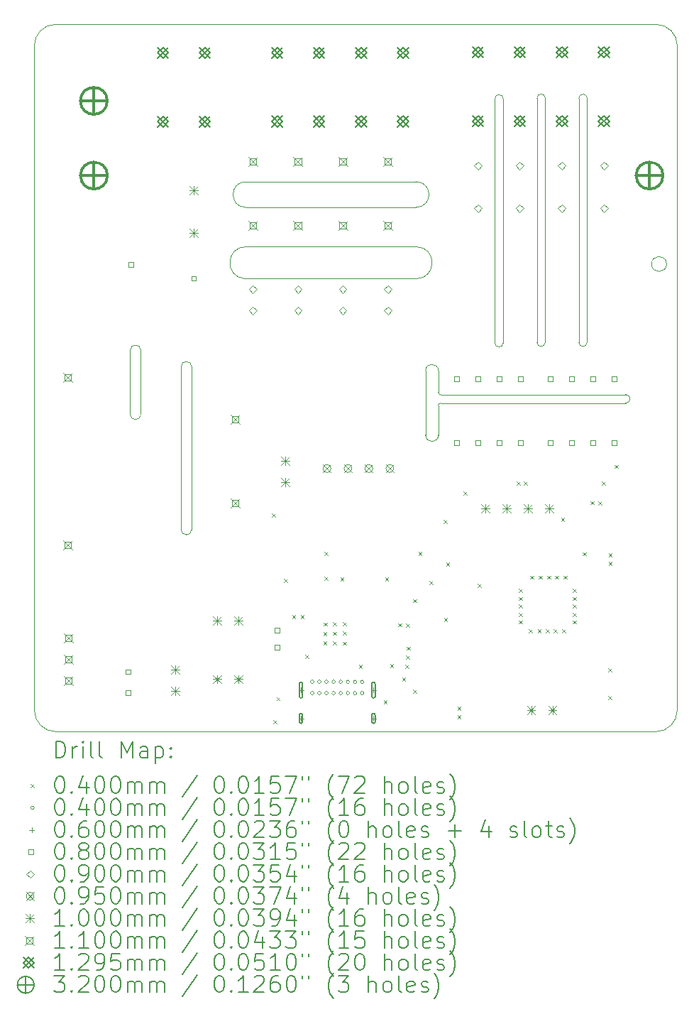
<source format=gbr>
%FSLAX45Y45*%
G04 Gerber Fmt 4.5, Leading zero omitted, Abs format (unit mm)*
G04 Created by KiCad (PCBNEW (6.0.0)) date 2022-02-24 16:52:10*
%MOMM*%
%LPD*%
G01*
G04 APERTURE LIST*
%TA.AperFunction,Profile*%
%ADD10C,0.050000*%
%TD*%
%TA.AperFunction,Profile*%
%ADD11C,0.100000*%
%TD*%
%ADD12C,0.200000*%
%ADD13C,0.040000*%
%ADD14C,0.060000*%
%ADD15C,0.080000*%
%ADD16C,0.090000*%
%ADD17C,0.095000*%
%ADD18C,0.100000*%
%ADD19C,0.110000*%
%ADD20C,0.129540*%
%ADD21C,0.320000*%
G04 APERTURE END LIST*
D10*
X19932650Y-15170150D02*
G75*
G03*
X20186650Y-14916150I0J254000D01*
G01*
X20186650Y-14916150D02*
X20186650Y-6991350D01*
X16183650Y-15170350D02*
X12769850Y-15170350D01*
X20059650Y-9594850D02*
G75*
G03*
X20059650Y-9594850I-89803J0D01*
G01*
D11*
X17071340Y-9770110D02*
X15024780Y-9769553D01*
D10*
X19932650Y-6737350D02*
X12769850Y-6737350D01*
D11*
X15039340Y-9389110D02*
X17071340Y-9389110D01*
D10*
X15039340Y-9389110D02*
G75*
G03*
X15024780Y-9769553I0J-190500D01*
G01*
X12515850Y-14916150D02*
X12515850Y-6991350D01*
X17071340Y-9770110D02*
G75*
G03*
X17071340Y-9389110I0J190500D01*
G01*
X12515850Y-14916150D02*
G75*
G03*
X12769850Y-15170350I254205J5D01*
G01*
D11*
X15039340Y-8614410D02*
X17071340Y-8614410D01*
X17071340Y-8919210D02*
X15039340Y-8919210D01*
D10*
X17336770Y-10867390D02*
G75*
G03*
X17184370Y-10867390I-76200J0D01*
G01*
X19932650Y-15170150D02*
X16183650Y-15170350D01*
X20186650Y-6991350D02*
G75*
G03*
X19932650Y-6737350I-254000J0D01*
G01*
D11*
X17184370Y-11634470D02*
X17184370Y-10867390D01*
D10*
X14393650Y-10821350D02*
G75*
G03*
X14266650Y-10821350I-63500J0D01*
G01*
D11*
X17362170Y-11151870D02*
X19571970Y-11151870D01*
D10*
X18612650Y-7618350D02*
G75*
G03*
X18512650Y-7618350I-50000J0D01*
G01*
X19111825Y-7620350D02*
G75*
G03*
X19011825Y-7620350I-50000J0D01*
G01*
D11*
X17336770Y-10867390D02*
X17336770Y-11126470D01*
D10*
X18010650Y-7625350D02*
X18010650Y-10534350D01*
X18512650Y-7618350D02*
X18512650Y-10527350D01*
D11*
X19571970Y-11253470D02*
X17362170Y-11253470D01*
D10*
X18010650Y-10534350D02*
G75*
G03*
X18110300Y-10534350I49825J0D01*
G01*
X17336770Y-11126470D02*
G75*
G03*
X17362170Y-11151870I25400J0D01*
G01*
X19011825Y-7620350D02*
X19011825Y-10529350D01*
X18110300Y-10534350D02*
X18110650Y-7625350D01*
X19011825Y-10529350D02*
G75*
G03*
X19111475Y-10529350I49825J0D01*
G01*
X18512650Y-10527350D02*
G75*
G03*
X18612300Y-10527350I49825J0D01*
G01*
X13786650Y-10624350D02*
X13786650Y-11386350D01*
X19111475Y-10529350D02*
X19111825Y-7620350D01*
X13659650Y-11386350D02*
X13659650Y-10624350D01*
X14266650Y-12761910D02*
G75*
G03*
X14393650Y-12761910I63500J1561D01*
G01*
X17071340Y-8919210D02*
G75*
G03*
X17071340Y-8614410I0J152400D01*
G01*
X15039340Y-8614410D02*
G75*
G03*
X15039340Y-8919210I0J-152400D01*
G01*
X12769850Y-6737350D02*
G75*
G03*
X12515850Y-6991350I0J-254000D01*
G01*
X17184370Y-11634470D02*
G75*
G03*
X17336770Y-11634470I76200J0D01*
G01*
X14266650Y-10821350D02*
X14266650Y-12761910D01*
X18612300Y-10527350D02*
X18612650Y-7618350D01*
X19571970Y-11253470D02*
G75*
G03*
X19571970Y-11151870I0J50800D01*
G01*
D11*
X17336770Y-11278870D02*
X17336770Y-11634470D01*
D10*
X17362170Y-11253470D02*
G75*
G03*
X17336770Y-11278870I0J-25400D01*
G01*
X14393650Y-12761910D02*
X14393650Y-10821350D01*
X18110650Y-7625350D02*
G75*
G03*
X18010650Y-7625350I-50000J0D01*
G01*
X13659650Y-11386350D02*
G75*
G03*
X13786650Y-11386350I63500J0D01*
G01*
X13786650Y-10624350D02*
G75*
G03*
X13659650Y-10624350I-63500J0D01*
G01*
D12*
D13*
X15350810Y-12569510D02*
X15390810Y-12609510D01*
X15390810Y-12569510D02*
X15350810Y-12609510D01*
X15366050Y-15033310D02*
X15406050Y-15073310D01*
X15406050Y-15033310D02*
X15366050Y-15073310D01*
X15404150Y-14758990D02*
X15444150Y-14798990D01*
X15444150Y-14758990D02*
X15404150Y-14798990D01*
X15495590Y-13349290D02*
X15535590Y-13389290D01*
X15535590Y-13349290D02*
X15495590Y-13389290D01*
X15591650Y-13782350D02*
X15631650Y-13822350D01*
X15631650Y-13782350D02*
X15591650Y-13822350D01*
X15693398Y-13783190D02*
X15733398Y-13823190D01*
X15733398Y-13783190D02*
X15693398Y-13823190D01*
X15746210Y-14252690D02*
X15786210Y-14292690D01*
X15786210Y-14252690D02*
X15746210Y-14292690D01*
X15963650Y-14092190D02*
X16003650Y-14132190D01*
X16003650Y-14092190D02*
X15963650Y-14132190D01*
X15964650Y-13981750D02*
X16004650Y-14021750D01*
X16004650Y-13981750D02*
X15964650Y-14021750D01*
X15965490Y-13869990D02*
X16005490Y-13909990D01*
X16005490Y-13869990D02*
X15965490Y-13909990D01*
X15978190Y-13326430D02*
X16018190Y-13366430D01*
X16018190Y-13326430D02*
X15978190Y-13366430D01*
X15978500Y-13024170D02*
X16018500Y-13064170D01*
X16018500Y-13024170D02*
X15978500Y-13064170D01*
X16077250Y-13867450D02*
X16117250Y-13907450D01*
X16117250Y-13867450D02*
X16077250Y-13907450D01*
X16077250Y-13979210D02*
X16117250Y-14019210D01*
X16117250Y-13979210D02*
X16077250Y-14019210D01*
X16077650Y-14092190D02*
X16117650Y-14132190D01*
X16117650Y-14092190D02*
X16077650Y-14132190D01*
X16166650Y-13332350D02*
X16206650Y-13372350D01*
X16206650Y-13332350D02*
X16166650Y-13372350D01*
X16194090Y-13976670D02*
X16234090Y-14016670D01*
X16234090Y-13976670D02*
X16194090Y-14016670D01*
X16195650Y-14099190D02*
X16235650Y-14139190D01*
X16235650Y-14099190D02*
X16195650Y-14139190D01*
X16196630Y-13867450D02*
X16236630Y-13907450D01*
X16236630Y-13867450D02*
X16196630Y-13907450D01*
X16387110Y-14371890D02*
X16427110Y-14411890D01*
X16427110Y-14371890D02*
X16387110Y-14411890D01*
X16683900Y-14794550D02*
X16723900Y-14834550D01*
X16723900Y-14794550D02*
X16683900Y-14834550D01*
X16700650Y-13333350D02*
X16740650Y-13373350D01*
X16740650Y-13333350D02*
X16700650Y-13373350D01*
X16760510Y-14362750D02*
X16800510Y-14402750D01*
X16800510Y-14362750D02*
X16760510Y-14402750D01*
X16859570Y-13877610D02*
X16899570Y-13917610D01*
X16899570Y-13877610D02*
X16859570Y-13917610D01*
X16902750Y-14525310D02*
X16942750Y-14565310D01*
X16942750Y-14525310D02*
X16902750Y-14565310D01*
X16943390Y-14370370D02*
X16983390Y-14410370D01*
X16983390Y-14370370D02*
X16943390Y-14410370D01*
X16947447Y-14261360D02*
X16987447Y-14301360D01*
X16987447Y-14261360D02*
X16947447Y-14301360D01*
X16951010Y-13880150D02*
X16991010Y-13920150D01*
X16991010Y-13880150D02*
X16951010Y-13920150D01*
X16957643Y-14158490D02*
X16997643Y-14198490D01*
X16997643Y-14158490D02*
X16957643Y-14198490D01*
X17037370Y-13590590D02*
X17077370Y-13630590D01*
X17077370Y-13590590D02*
X17037370Y-13630590D01*
X17037370Y-14667550D02*
X17077370Y-14707550D01*
X17077370Y-14667550D02*
X17037370Y-14707550D01*
X17098330Y-13024200D02*
X17138330Y-13064200D01*
X17138330Y-13024200D02*
X17098330Y-13064200D01*
X17230410Y-13377230D02*
X17270410Y-13417230D01*
X17270410Y-13377230D02*
X17230410Y-13417230D01*
X17398050Y-12645710D02*
X17438050Y-12685710D01*
X17438050Y-12645710D02*
X17398050Y-12685710D01*
X17403130Y-13814110D02*
X17443130Y-13854110D01*
X17443130Y-13814110D02*
X17403130Y-13854110D01*
X17429430Y-13157150D02*
X17469430Y-13197150D01*
X17469430Y-13157150D02*
X17429430Y-13197150D01*
X17563150Y-14870750D02*
X17603150Y-14910750D01*
X17603150Y-14870750D02*
X17563150Y-14910750D01*
X17563150Y-14977430D02*
X17603150Y-15017430D01*
X17603150Y-14977430D02*
X17563150Y-15017430D01*
X17636810Y-12305350D02*
X17676810Y-12345350D01*
X17676810Y-12305350D02*
X17636810Y-12345350D01*
X17804450Y-13407710D02*
X17844450Y-13447710D01*
X17844450Y-13407710D02*
X17804450Y-13447710D01*
X18271810Y-12188510D02*
X18311810Y-12228510D01*
X18311810Y-12188510D02*
X18271810Y-12228510D01*
X18297210Y-13468670D02*
X18337210Y-13508670D01*
X18337210Y-13468670D02*
X18297210Y-13508670D01*
X18297210Y-13565190D02*
X18337210Y-13605190D01*
X18337210Y-13565190D02*
X18297210Y-13605190D01*
X18297210Y-13656630D02*
X18337210Y-13696630D01*
X18337210Y-13656630D02*
X18297210Y-13696630D01*
X18297210Y-13753150D02*
X18337210Y-13793150D01*
X18337210Y-13753150D02*
X18297210Y-13793150D01*
X18297210Y-13844590D02*
X18337210Y-13884590D01*
X18337210Y-13844590D02*
X18297210Y-13884590D01*
X18358170Y-12188510D02*
X18398170Y-12228510D01*
X18398170Y-12188510D02*
X18358170Y-12228510D01*
X18414050Y-13951270D02*
X18454050Y-13991270D01*
X18454050Y-13951270D02*
X18414050Y-13991270D01*
X18429290Y-13311190D02*
X18469290Y-13351190D01*
X18469290Y-13311190D02*
X18429290Y-13351190D01*
X18520730Y-13951270D02*
X18560730Y-13991270D01*
X18560730Y-13951270D02*
X18520730Y-13991270D01*
X18535970Y-13311190D02*
X18575970Y-13351190D01*
X18575970Y-13311190D02*
X18535970Y-13351190D01*
X18617250Y-13951270D02*
X18657250Y-13991270D01*
X18657250Y-13951270D02*
X18617250Y-13991270D01*
X18632490Y-13311190D02*
X18672490Y-13351190D01*
X18672490Y-13311190D02*
X18632490Y-13351190D01*
X18713770Y-13951270D02*
X18753770Y-13991270D01*
X18753770Y-13951270D02*
X18713770Y-13991270D01*
X18729010Y-13311190D02*
X18769010Y-13351190D01*
X18769010Y-13311190D02*
X18729010Y-13351190D01*
X18800130Y-12620310D02*
X18840130Y-12660310D01*
X18840130Y-12620310D02*
X18800130Y-12660310D01*
X18815370Y-13951270D02*
X18855370Y-13991270D01*
X18855370Y-13951270D02*
X18815370Y-13991270D01*
X18830610Y-13311190D02*
X18870610Y-13351190D01*
X18870610Y-13311190D02*
X18830610Y-13351190D01*
X18937290Y-13468670D02*
X18977290Y-13508670D01*
X18977290Y-13468670D02*
X18937290Y-13508670D01*
X18937290Y-13565190D02*
X18977290Y-13605190D01*
X18977290Y-13565190D02*
X18937290Y-13605190D01*
X18937290Y-13656630D02*
X18977290Y-13696630D01*
X18977290Y-13656630D02*
X18937290Y-13696630D01*
X18937290Y-13753150D02*
X18977290Y-13793150D01*
X18977290Y-13753150D02*
X18937290Y-13793150D01*
X18937290Y-13844590D02*
X18977290Y-13884590D01*
X18977290Y-13844590D02*
X18937290Y-13884590D01*
X19059743Y-13031012D02*
X19099743Y-13071012D01*
X19099743Y-13031012D02*
X19059743Y-13071012D01*
X19153190Y-12422190D02*
X19193190Y-12462190D01*
X19193190Y-12422190D02*
X19153190Y-12462190D01*
X19247170Y-12423242D02*
X19287170Y-12463242D01*
X19287170Y-12423242D02*
X19247170Y-12463242D01*
X19287810Y-12188510D02*
X19327810Y-12228510D01*
X19327810Y-12188510D02*
X19287810Y-12228510D01*
X19364650Y-14744350D02*
X19404650Y-14784350D01*
X19404650Y-14744350D02*
X19364650Y-14784350D01*
X19365650Y-14414350D02*
X19405650Y-14454350D01*
X19405650Y-14414350D02*
X19365650Y-14454350D01*
X19366550Y-13044490D02*
X19406550Y-13084490D01*
X19406550Y-13044490D02*
X19366550Y-13084490D01*
X19366550Y-13148630D02*
X19406550Y-13188630D01*
X19406550Y-13148630D02*
X19366550Y-13188630D01*
X19440210Y-11990390D02*
X19480210Y-12030390D01*
X19480210Y-11990390D02*
X19440210Y-12030390D01*
X15851650Y-14576350D02*
G75*
G03*
X15851650Y-14576350I-20000J0D01*
G01*
X15851650Y-14711350D02*
G75*
G03*
X15851650Y-14711350I-20000J0D01*
G01*
X15936650Y-14576350D02*
G75*
G03*
X15936650Y-14576350I-20000J0D01*
G01*
X15936650Y-14711350D02*
G75*
G03*
X15936650Y-14711350I-20000J0D01*
G01*
X16021650Y-14576350D02*
G75*
G03*
X16021650Y-14576350I-20000J0D01*
G01*
X16021650Y-14711350D02*
G75*
G03*
X16021650Y-14711350I-20000J0D01*
G01*
X16106650Y-14576350D02*
G75*
G03*
X16106650Y-14576350I-20000J0D01*
G01*
X16106650Y-14711350D02*
G75*
G03*
X16106650Y-14711350I-20000J0D01*
G01*
X16191650Y-14576350D02*
G75*
G03*
X16191650Y-14576350I-20000J0D01*
G01*
X16191650Y-14711350D02*
G75*
G03*
X16191650Y-14711350I-20000J0D01*
G01*
X16276650Y-14576350D02*
G75*
G03*
X16276650Y-14576350I-20000J0D01*
G01*
X16276650Y-14711350D02*
G75*
G03*
X16276650Y-14711350I-20000J0D01*
G01*
X16361650Y-14576350D02*
G75*
G03*
X16361650Y-14576350I-20000J0D01*
G01*
X16361650Y-14711350D02*
G75*
G03*
X16361650Y-14711350I-20000J0D01*
G01*
X16446650Y-14576350D02*
G75*
G03*
X16446650Y-14576350I-20000J0D01*
G01*
X16446650Y-14711350D02*
G75*
G03*
X16446650Y-14711350I-20000J0D01*
G01*
D14*
X15696650Y-14644350D02*
X15696650Y-14704350D01*
X15666650Y-14674350D02*
X15726650Y-14674350D01*
D12*
X15676650Y-14599350D02*
X15676650Y-14749350D01*
X15716650Y-14599350D02*
X15716650Y-14749350D01*
X15676650Y-14749350D02*
G75*
G03*
X15716650Y-14749350I20000J0D01*
G01*
X15716650Y-14599350D02*
G75*
G03*
X15676650Y-14599350I-20000J0D01*
G01*
D14*
X15696650Y-14982350D02*
X15696650Y-15042350D01*
X15666650Y-15012350D02*
X15726650Y-15012350D01*
D12*
X15676650Y-14972350D02*
X15676650Y-15052350D01*
X15716650Y-14972350D02*
X15716650Y-15052350D01*
X15676650Y-15052350D02*
G75*
G03*
X15716650Y-15052350I20000J0D01*
G01*
X15716650Y-14972350D02*
G75*
G03*
X15676650Y-14972350I-20000J0D01*
G01*
D14*
X16561650Y-14644350D02*
X16561650Y-14704350D01*
X16531650Y-14674350D02*
X16591650Y-14674350D01*
D12*
X16541650Y-14599350D02*
X16541650Y-14749350D01*
X16581650Y-14599350D02*
X16581650Y-14749350D01*
X16541650Y-14749350D02*
G75*
G03*
X16581650Y-14749350I20000J0D01*
G01*
X16581650Y-14599350D02*
G75*
G03*
X16541650Y-14599350I-20000J0D01*
G01*
D14*
X16561650Y-14982350D02*
X16561650Y-15042350D01*
X16531650Y-15012350D02*
X16591650Y-15012350D01*
D12*
X16541650Y-14972350D02*
X16541650Y-15052350D01*
X16581650Y-14972350D02*
X16581650Y-15052350D01*
X16541650Y-15052350D02*
G75*
G03*
X16581650Y-15052350I20000J0D01*
G01*
X16581650Y-14972350D02*
G75*
G03*
X16541650Y-14972350I-20000J0D01*
G01*
D15*
X13661734Y-14485837D02*
X13661734Y-14429268D01*
X13605165Y-14429268D01*
X13605165Y-14485837D01*
X13661734Y-14485837D01*
X13661734Y-14735837D02*
X13661734Y-14679268D01*
X13605165Y-14679268D01*
X13605165Y-14735837D01*
X13661734Y-14735837D01*
X13694934Y-9630302D02*
X13694934Y-9573733D01*
X13638365Y-9573733D01*
X13638365Y-9630302D01*
X13694934Y-9630302D01*
X14444934Y-9793635D02*
X14444934Y-9737066D01*
X14388365Y-9737066D01*
X14388365Y-9793635D01*
X14444934Y-9793635D01*
X15438934Y-13991634D02*
X15438934Y-13935065D01*
X15382365Y-13935065D01*
X15382365Y-13991634D01*
X15438934Y-13991634D01*
X15438934Y-14191634D02*
X15438934Y-14135065D01*
X15382365Y-14135065D01*
X15382365Y-14191634D01*
X15438934Y-14191634D01*
X17583495Y-10992195D02*
X17583495Y-10935626D01*
X17526926Y-10935626D01*
X17526926Y-10992195D01*
X17583495Y-10992195D01*
X17583495Y-11754194D02*
X17583495Y-11697625D01*
X17526926Y-11697625D01*
X17526926Y-11754194D01*
X17583495Y-11754194D01*
X17837495Y-10992195D02*
X17837495Y-10935626D01*
X17780926Y-10935626D01*
X17780926Y-10992195D01*
X17837495Y-10992195D01*
X17837495Y-11754194D02*
X17837495Y-11697625D01*
X17780926Y-11697625D01*
X17780926Y-11754194D01*
X17837495Y-11754194D01*
X18091495Y-10992195D02*
X18091495Y-10935626D01*
X18034926Y-10935626D01*
X18034926Y-10992195D01*
X18091495Y-10992195D01*
X18091495Y-11754194D02*
X18091495Y-11697625D01*
X18034926Y-11697625D01*
X18034926Y-11754194D01*
X18091495Y-11754194D01*
X18345495Y-10992195D02*
X18345495Y-10935626D01*
X18288926Y-10935626D01*
X18288926Y-10992195D01*
X18345495Y-10992195D01*
X18345495Y-11754194D02*
X18345495Y-11697625D01*
X18288926Y-11697625D01*
X18288926Y-11754194D01*
X18345495Y-11754194D01*
X18701095Y-10992195D02*
X18701095Y-10935626D01*
X18644526Y-10935626D01*
X18644526Y-10992195D01*
X18701095Y-10992195D01*
X18701095Y-11754194D02*
X18701095Y-11697625D01*
X18644526Y-11697625D01*
X18644526Y-11754194D01*
X18701095Y-11754194D01*
X18955095Y-10992195D02*
X18955095Y-10935626D01*
X18898526Y-10935626D01*
X18898526Y-10992195D01*
X18955095Y-10992195D01*
X18955095Y-11754194D02*
X18955095Y-11697625D01*
X18898526Y-11697625D01*
X18898526Y-11754194D01*
X18955095Y-11754194D01*
X19209095Y-10992195D02*
X19209095Y-10935626D01*
X19152526Y-10935626D01*
X19152526Y-10992195D01*
X19209095Y-10992195D01*
X19209095Y-11754194D02*
X19209095Y-11697625D01*
X19152526Y-11697625D01*
X19152526Y-11754194D01*
X19209095Y-11754194D01*
X19463095Y-10992195D02*
X19463095Y-10935626D01*
X19406526Y-10935626D01*
X19406526Y-10992195D01*
X19463095Y-10992195D01*
X19463095Y-11754194D02*
X19463095Y-11697625D01*
X19406526Y-11697625D01*
X19406526Y-11754194D01*
X19463095Y-11754194D01*
D16*
X15121890Y-9942110D02*
X15166890Y-9897110D01*
X15121890Y-9852110D01*
X15076890Y-9897110D01*
X15121890Y-9942110D01*
X15121890Y-10196110D02*
X15166890Y-10151110D01*
X15121890Y-10106110D01*
X15076890Y-10151110D01*
X15121890Y-10196110D01*
X15661640Y-9940160D02*
X15706640Y-9895160D01*
X15661640Y-9850160D01*
X15616640Y-9895160D01*
X15661640Y-9940160D01*
X15661640Y-10194160D02*
X15706640Y-10149160D01*
X15661640Y-10104160D01*
X15616640Y-10149160D01*
X15661640Y-10194160D01*
X16196090Y-9940160D02*
X16241090Y-9895160D01*
X16196090Y-9850160D01*
X16151090Y-9895160D01*
X16196090Y-9940160D01*
X16196090Y-10194160D02*
X16241090Y-10149160D01*
X16196090Y-10104160D01*
X16151090Y-10149160D01*
X16196090Y-10194160D01*
X16735840Y-9940160D02*
X16780840Y-9895160D01*
X16735840Y-9850160D01*
X16690840Y-9895160D01*
X16735840Y-9940160D01*
X16735840Y-10194160D02*
X16780840Y-10149160D01*
X16735840Y-10104160D01*
X16690840Y-10149160D01*
X16735840Y-10194160D01*
X17809210Y-8468910D02*
X17854210Y-8423910D01*
X17809210Y-8378910D01*
X17764210Y-8423910D01*
X17809210Y-8468910D01*
X17809210Y-8976910D02*
X17854210Y-8931910D01*
X17809210Y-8886910D01*
X17764210Y-8931910D01*
X17809210Y-8976910D01*
X18307050Y-8468910D02*
X18352050Y-8423910D01*
X18307050Y-8378910D01*
X18262050Y-8423910D01*
X18307050Y-8468910D01*
X18307050Y-8976910D02*
X18352050Y-8931910D01*
X18307050Y-8886910D01*
X18262050Y-8931910D01*
X18307050Y-8976910D01*
X18809970Y-8468910D02*
X18854970Y-8423910D01*
X18809970Y-8378910D01*
X18764970Y-8423910D01*
X18809970Y-8468910D01*
X18809970Y-8976910D02*
X18854970Y-8931910D01*
X18809970Y-8886910D01*
X18764970Y-8931910D01*
X18809970Y-8976910D01*
X19312890Y-8468910D02*
X19357890Y-8423910D01*
X19312890Y-8378910D01*
X19267890Y-8423910D01*
X19312890Y-8468910D01*
X19312890Y-8976910D02*
X19357890Y-8931910D01*
X19312890Y-8886910D01*
X19267890Y-8931910D01*
X19312890Y-8976910D01*
D17*
X15960150Y-11985750D02*
X16055150Y-12080750D01*
X16055150Y-11985750D02*
X15960150Y-12080750D01*
X16055150Y-12033250D02*
G75*
G03*
X16055150Y-12033250I-47500J0D01*
G01*
X16210150Y-11985750D02*
X16305150Y-12080750D01*
X16305150Y-11985750D02*
X16210150Y-12080750D01*
X16305150Y-12033250D02*
G75*
G03*
X16305150Y-12033250I-47500J0D01*
G01*
X16460150Y-11985750D02*
X16555150Y-12080750D01*
X16555150Y-11985750D02*
X16460150Y-12080750D01*
X16555150Y-12033250D02*
G75*
G03*
X16555150Y-12033250I-47500J0D01*
G01*
X16710150Y-11985750D02*
X16805150Y-12080750D01*
X16805150Y-11985750D02*
X16710150Y-12080750D01*
X16805150Y-12033250D02*
G75*
G03*
X16805150Y-12033250I-47500J0D01*
G01*
D18*
X14147330Y-14381010D02*
X14247330Y-14481010D01*
X14247330Y-14381010D02*
X14147330Y-14481010D01*
X14197330Y-14381010D02*
X14197330Y-14481010D01*
X14147330Y-14431010D02*
X14247330Y-14431010D01*
X14147330Y-14635010D02*
X14247330Y-14735010D01*
X14247330Y-14635010D02*
X14147330Y-14735010D01*
X14197330Y-14635010D02*
X14197330Y-14735010D01*
X14147330Y-14685010D02*
X14247330Y-14685010D01*
X14366650Y-8663350D02*
X14466650Y-8763350D01*
X14466650Y-8663350D02*
X14366650Y-8763350D01*
X14416650Y-8663350D02*
X14416650Y-8763350D01*
X14366650Y-8713350D02*
X14466650Y-8713350D01*
X14366650Y-9171350D02*
X14466650Y-9271350D01*
X14466650Y-9171350D02*
X14366650Y-9271350D01*
X14416650Y-9171350D02*
X14416650Y-9271350D01*
X14366650Y-9221350D02*
X14466650Y-9221350D01*
X14649170Y-14495310D02*
X14749170Y-14595310D01*
X14749170Y-14495310D02*
X14649170Y-14595310D01*
X14699170Y-14495310D02*
X14699170Y-14595310D01*
X14649170Y-14545310D02*
X14749170Y-14545310D01*
X14650250Y-13799350D02*
X14750250Y-13899350D01*
X14750250Y-13799350D02*
X14650250Y-13899350D01*
X14700250Y-13799350D02*
X14700250Y-13899350D01*
X14650250Y-13849350D02*
X14750250Y-13849350D01*
X14899170Y-14495310D02*
X14999170Y-14595310D01*
X14999170Y-14495310D02*
X14899170Y-14595310D01*
X14949170Y-14495310D02*
X14949170Y-14595310D01*
X14899170Y-14545310D02*
X14999170Y-14545310D01*
X14900250Y-13799350D02*
X15000250Y-13899350D01*
X15000250Y-13799350D02*
X14900250Y-13899350D01*
X14950250Y-13799350D02*
X14950250Y-13899350D01*
X14900250Y-13849350D02*
X15000250Y-13849350D01*
X15463050Y-11894350D02*
X15563050Y-11994350D01*
X15563050Y-11894350D02*
X15463050Y-11994350D01*
X15513050Y-11894350D02*
X15513050Y-11994350D01*
X15463050Y-11944350D02*
X15563050Y-11944350D01*
X15463050Y-12148350D02*
X15563050Y-12248350D01*
X15563050Y-12148350D02*
X15463050Y-12248350D01*
X15513050Y-12148350D02*
X15513050Y-12248350D01*
X15463050Y-12198350D02*
X15563050Y-12198350D01*
X17845570Y-12458230D02*
X17945570Y-12558230D01*
X17945570Y-12458230D02*
X17845570Y-12558230D01*
X17895570Y-12458230D02*
X17895570Y-12558230D01*
X17845570Y-12508230D02*
X17945570Y-12508230D01*
X18099570Y-12458230D02*
X18199570Y-12558230D01*
X18199570Y-12458230D02*
X18099570Y-12558230D01*
X18149570Y-12458230D02*
X18149570Y-12558230D01*
X18099570Y-12508230D02*
X18199570Y-12508230D01*
X18353570Y-12458230D02*
X18453570Y-12558230D01*
X18453570Y-12458230D02*
X18353570Y-12558230D01*
X18403570Y-12458230D02*
X18403570Y-12558230D01*
X18353570Y-12508230D02*
X18453570Y-12508230D01*
X18394210Y-14866150D02*
X18494210Y-14966150D01*
X18494210Y-14866150D02*
X18394210Y-14966150D01*
X18444210Y-14866150D02*
X18444210Y-14966150D01*
X18394210Y-14916150D02*
X18494210Y-14916150D01*
X18607570Y-12458230D02*
X18707570Y-12558230D01*
X18707570Y-12458230D02*
X18607570Y-12558230D01*
X18657570Y-12458230D02*
X18657570Y-12558230D01*
X18607570Y-12508230D02*
X18707570Y-12508230D01*
X18648210Y-14866150D02*
X18748210Y-14966150D01*
X18748210Y-14866150D02*
X18648210Y-14966150D01*
X18698210Y-14866150D02*
X18698210Y-14966150D01*
X18648210Y-14916150D02*
X18748210Y-14916150D01*
D19*
X12858610Y-10889350D02*
X12968610Y-10999350D01*
X12968610Y-10889350D02*
X12858610Y-10999350D01*
X12952501Y-10983241D02*
X12952501Y-10905459D01*
X12874719Y-10905459D01*
X12874719Y-10983241D01*
X12952501Y-10983241D01*
X12858610Y-12889350D02*
X12968610Y-12999350D01*
X12968610Y-12889350D02*
X12858610Y-12999350D01*
X12952501Y-12983241D02*
X12952501Y-12905459D01*
X12874719Y-12905459D01*
X12874719Y-12983241D01*
X12952501Y-12983241D01*
X12867250Y-13997550D02*
X12977250Y-14107550D01*
X12977250Y-13997550D02*
X12867250Y-14107550D01*
X12961141Y-14091441D02*
X12961141Y-14013659D01*
X12883359Y-14013659D01*
X12883359Y-14091441D01*
X12961141Y-14091441D01*
X12867250Y-14251550D02*
X12977250Y-14361550D01*
X12977250Y-14251550D02*
X12867250Y-14361550D01*
X12961141Y-14345441D02*
X12961141Y-14267659D01*
X12883359Y-14267659D01*
X12883359Y-14345441D01*
X12961141Y-14345441D01*
X12867250Y-14505550D02*
X12977250Y-14615550D01*
X12977250Y-14505550D02*
X12867250Y-14615550D01*
X12961141Y-14599441D02*
X12961141Y-14521659D01*
X12883359Y-14521659D01*
X12883359Y-14599441D01*
X12961141Y-14599441D01*
X14858610Y-11389350D02*
X14968610Y-11499350D01*
X14968610Y-11389350D02*
X14858610Y-11499350D01*
X14952501Y-11483241D02*
X14952501Y-11405459D01*
X14874719Y-11405459D01*
X14874719Y-11483241D01*
X14952501Y-11483241D01*
X14858610Y-12389350D02*
X14968610Y-12499350D01*
X14968610Y-12389350D02*
X14858610Y-12499350D01*
X14952501Y-12483241D02*
X14952501Y-12405459D01*
X14874719Y-12405459D01*
X14874719Y-12483241D01*
X14952501Y-12483241D01*
X15066890Y-8318110D02*
X15176890Y-8428110D01*
X15176890Y-8318110D02*
X15066890Y-8428110D01*
X15160781Y-8412001D02*
X15160781Y-8334219D01*
X15082999Y-8334219D01*
X15082999Y-8412001D01*
X15160781Y-8412001D01*
X15066890Y-9080110D02*
X15176890Y-9190110D01*
X15176890Y-9080110D02*
X15066890Y-9190110D01*
X15160781Y-9174001D02*
X15160781Y-9096219D01*
X15082999Y-9096219D01*
X15082999Y-9174001D01*
X15160781Y-9174001D01*
X15606640Y-8316160D02*
X15716640Y-8426160D01*
X15716640Y-8316160D02*
X15606640Y-8426160D01*
X15700531Y-8410051D02*
X15700531Y-8332269D01*
X15622749Y-8332269D01*
X15622749Y-8410051D01*
X15700531Y-8410051D01*
X15606640Y-9078160D02*
X15716640Y-9188160D01*
X15716640Y-9078160D02*
X15606640Y-9188160D01*
X15700531Y-9172051D02*
X15700531Y-9094269D01*
X15622749Y-9094269D01*
X15622749Y-9172051D01*
X15700531Y-9172051D01*
X16141090Y-8316160D02*
X16251090Y-8426160D01*
X16251090Y-8316160D02*
X16141090Y-8426160D01*
X16234981Y-8410051D02*
X16234981Y-8332269D01*
X16157199Y-8332269D01*
X16157199Y-8410051D01*
X16234981Y-8410051D01*
X16141090Y-9078160D02*
X16251090Y-9188160D01*
X16251090Y-9078160D02*
X16141090Y-9188160D01*
X16234981Y-9172051D02*
X16234981Y-9094269D01*
X16157199Y-9094269D01*
X16157199Y-9172051D01*
X16234981Y-9172051D01*
X16680840Y-8316160D02*
X16790840Y-8426160D01*
X16790840Y-8316160D02*
X16680840Y-8426160D01*
X16774731Y-8410051D02*
X16774731Y-8332269D01*
X16696949Y-8332269D01*
X16696949Y-8410051D01*
X16774731Y-8410051D01*
X16680840Y-9078160D02*
X16790840Y-9188160D01*
X16790840Y-9078160D02*
X16680840Y-9188160D01*
X16774731Y-9172051D02*
X16774731Y-9094269D01*
X16696949Y-9094269D01*
X16696949Y-9172051D01*
X16774731Y-9172051D01*
D20*
X13985240Y-7012940D02*
X14114780Y-7142480D01*
X14114780Y-7012940D02*
X13985240Y-7142480D01*
X14050010Y-7142480D02*
X14114780Y-7077710D01*
X14050010Y-7012940D01*
X13985240Y-7077710D01*
X14050010Y-7142480D01*
X13985240Y-7832940D02*
X14114780Y-7962480D01*
X14114780Y-7832940D02*
X13985240Y-7962480D01*
X14050010Y-7962480D02*
X14114780Y-7897710D01*
X14050010Y-7832940D01*
X13985240Y-7897710D01*
X14050010Y-7962480D01*
X14485240Y-7012940D02*
X14614780Y-7142480D01*
X14614780Y-7012940D02*
X14485240Y-7142480D01*
X14550010Y-7142480D02*
X14614780Y-7077710D01*
X14550010Y-7012940D01*
X14485240Y-7077710D01*
X14550010Y-7142480D01*
X14485240Y-7832940D02*
X14614780Y-7962480D01*
X14614780Y-7832940D02*
X14485240Y-7962480D01*
X14550010Y-7962480D02*
X14614780Y-7897710D01*
X14550010Y-7832940D01*
X14485240Y-7897710D01*
X14550010Y-7962480D01*
X15349880Y-7010580D02*
X15479420Y-7140120D01*
X15479420Y-7010580D02*
X15349880Y-7140120D01*
X15414650Y-7140120D02*
X15479420Y-7075350D01*
X15414650Y-7010580D01*
X15349880Y-7075350D01*
X15414650Y-7140120D01*
X15349880Y-7830580D02*
X15479420Y-7960120D01*
X15479420Y-7830580D02*
X15349880Y-7960120D01*
X15414650Y-7960120D02*
X15479420Y-7895350D01*
X15414650Y-7830580D01*
X15349880Y-7895350D01*
X15414650Y-7960120D01*
X15849880Y-7010580D02*
X15979420Y-7140120D01*
X15979420Y-7010580D02*
X15849880Y-7140120D01*
X15914650Y-7140120D02*
X15979420Y-7075350D01*
X15914650Y-7010580D01*
X15849880Y-7075350D01*
X15914650Y-7140120D01*
X15849880Y-7830580D02*
X15979420Y-7960120D01*
X15979420Y-7830580D02*
X15849880Y-7960120D01*
X15914650Y-7960120D02*
X15979420Y-7895350D01*
X15914650Y-7830580D01*
X15849880Y-7895350D01*
X15914650Y-7960120D01*
X16349880Y-7010580D02*
X16479420Y-7140120D01*
X16479420Y-7010580D02*
X16349880Y-7140120D01*
X16414650Y-7140120D02*
X16479420Y-7075350D01*
X16414650Y-7010580D01*
X16349880Y-7075350D01*
X16414650Y-7140120D01*
X16349880Y-7830580D02*
X16479420Y-7960120D01*
X16479420Y-7830580D02*
X16349880Y-7960120D01*
X16414650Y-7960120D02*
X16479420Y-7895350D01*
X16414650Y-7830580D01*
X16349880Y-7895350D01*
X16414650Y-7960120D01*
X16849880Y-7010580D02*
X16979420Y-7140120D01*
X16979420Y-7010580D02*
X16849880Y-7140120D01*
X16914650Y-7140120D02*
X16979420Y-7075350D01*
X16914650Y-7010580D01*
X16849880Y-7075350D01*
X16914650Y-7140120D01*
X16849880Y-7830580D02*
X16979420Y-7960120D01*
X16979420Y-7830580D02*
X16849880Y-7960120D01*
X16914650Y-7960120D02*
X16979420Y-7895350D01*
X16914650Y-7830580D01*
X16849880Y-7895350D01*
X16914650Y-7960120D01*
X17745880Y-7006580D02*
X17875420Y-7136120D01*
X17875420Y-7006580D02*
X17745880Y-7136120D01*
X17810650Y-7136120D02*
X17875420Y-7071350D01*
X17810650Y-7006580D01*
X17745880Y-7071350D01*
X17810650Y-7136120D01*
X17745880Y-7826580D02*
X17875420Y-7956120D01*
X17875420Y-7826580D02*
X17745880Y-7956120D01*
X17810650Y-7956120D02*
X17875420Y-7891350D01*
X17810650Y-7826580D01*
X17745880Y-7891350D01*
X17810650Y-7956120D01*
X18245880Y-7006580D02*
X18375420Y-7136120D01*
X18375420Y-7006580D02*
X18245880Y-7136120D01*
X18310650Y-7136120D02*
X18375420Y-7071350D01*
X18310650Y-7006580D01*
X18245880Y-7071350D01*
X18310650Y-7136120D01*
X18245880Y-7826580D02*
X18375420Y-7956120D01*
X18375420Y-7826580D02*
X18245880Y-7956120D01*
X18310650Y-7956120D02*
X18375420Y-7891350D01*
X18310650Y-7826580D01*
X18245880Y-7891350D01*
X18310650Y-7956120D01*
X18745880Y-7006580D02*
X18875420Y-7136120D01*
X18875420Y-7006580D02*
X18745880Y-7136120D01*
X18810650Y-7136120D02*
X18875420Y-7071350D01*
X18810650Y-7006580D01*
X18745880Y-7071350D01*
X18810650Y-7136120D01*
X18745880Y-7826580D02*
X18875420Y-7956120D01*
X18875420Y-7826580D02*
X18745880Y-7956120D01*
X18810650Y-7956120D02*
X18875420Y-7891350D01*
X18810650Y-7826580D01*
X18745880Y-7891350D01*
X18810650Y-7956120D01*
X19245880Y-7006580D02*
X19375420Y-7136120D01*
X19375420Y-7006580D02*
X19245880Y-7136120D01*
X19310650Y-7136120D02*
X19375420Y-7071350D01*
X19310650Y-7006580D01*
X19245880Y-7071350D01*
X19310650Y-7136120D01*
X19245880Y-7826580D02*
X19375420Y-7956120D01*
X19375420Y-7826580D02*
X19245880Y-7956120D01*
X19310650Y-7956120D02*
X19375420Y-7891350D01*
X19310650Y-7826580D01*
X19245880Y-7891350D01*
X19310650Y-7956120D01*
D21*
X13225650Y-7490350D02*
X13225650Y-7810350D01*
X13065650Y-7650350D02*
X13385650Y-7650350D01*
X13385650Y-7650350D02*
G75*
G03*
X13385650Y-7650350I-160000J0D01*
G01*
X13227050Y-8380750D02*
X13227050Y-8700750D01*
X13067050Y-8540750D02*
X13387050Y-8540750D01*
X13387050Y-8540750D02*
G75*
G03*
X13387050Y-8540750I-160000J0D01*
G01*
X19856450Y-8380750D02*
X19856450Y-8700750D01*
X19696450Y-8540750D02*
X20016450Y-8540750D01*
X20016450Y-8540750D02*
G75*
G03*
X20016450Y-8540750I-160000J0D01*
G01*
D12*
X12770969Y-15483326D02*
X12770969Y-15283326D01*
X12818588Y-15283326D01*
X12847159Y-15292850D01*
X12866207Y-15311898D01*
X12875731Y-15330945D01*
X12885255Y-15369040D01*
X12885255Y-15397612D01*
X12875731Y-15435707D01*
X12866207Y-15454755D01*
X12847159Y-15473802D01*
X12818588Y-15483326D01*
X12770969Y-15483326D01*
X12970969Y-15483326D02*
X12970969Y-15349993D01*
X12970969Y-15388088D02*
X12980493Y-15369040D01*
X12990017Y-15359517D01*
X13009064Y-15349993D01*
X13028112Y-15349993D01*
X13094778Y-15483326D02*
X13094778Y-15349993D01*
X13094778Y-15283326D02*
X13085255Y-15292850D01*
X13094778Y-15302374D01*
X13104302Y-15292850D01*
X13094778Y-15283326D01*
X13094778Y-15302374D01*
X13218588Y-15483326D02*
X13199540Y-15473802D01*
X13190017Y-15454755D01*
X13190017Y-15283326D01*
X13323350Y-15483326D02*
X13304302Y-15473802D01*
X13294778Y-15454755D01*
X13294778Y-15283326D01*
X13551921Y-15483326D02*
X13551921Y-15283326D01*
X13618588Y-15426183D01*
X13685255Y-15283326D01*
X13685255Y-15483326D01*
X13866207Y-15483326D02*
X13866207Y-15378564D01*
X13856683Y-15359517D01*
X13837636Y-15349993D01*
X13799540Y-15349993D01*
X13780493Y-15359517D01*
X13866207Y-15473802D02*
X13847159Y-15483326D01*
X13799540Y-15483326D01*
X13780493Y-15473802D01*
X13770969Y-15454755D01*
X13770969Y-15435707D01*
X13780493Y-15416659D01*
X13799540Y-15407136D01*
X13847159Y-15407136D01*
X13866207Y-15397612D01*
X13961445Y-15349993D02*
X13961445Y-15549993D01*
X13961445Y-15359517D02*
X13980493Y-15349993D01*
X14018588Y-15349993D01*
X14037636Y-15359517D01*
X14047159Y-15369040D01*
X14056683Y-15388088D01*
X14056683Y-15445231D01*
X14047159Y-15464278D01*
X14037636Y-15473802D01*
X14018588Y-15483326D01*
X13980493Y-15483326D01*
X13961445Y-15473802D01*
X14142398Y-15464278D02*
X14151921Y-15473802D01*
X14142398Y-15483326D01*
X14132874Y-15473802D01*
X14142398Y-15464278D01*
X14142398Y-15483326D01*
X14142398Y-15359517D02*
X14151921Y-15369040D01*
X14142398Y-15378564D01*
X14132874Y-15369040D01*
X14142398Y-15359517D01*
X14142398Y-15378564D01*
D13*
X12473350Y-15792850D02*
X12513350Y-15832850D01*
X12513350Y-15792850D02*
X12473350Y-15832850D01*
D12*
X12809064Y-15703326D02*
X12828112Y-15703326D01*
X12847159Y-15712850D01*
X12856683Y-15722374D01*
X12866207Y-15741421D01*
X12875731Y-15779517D01*
X12875731Y-15827136D01*
X12866207Y-15865231D01*
X12856683Y-15884278D01*
X12847159Y-15893802D01*
X12828112Y-15903326D01*
X12809064Y-15903326D01*
X12790017Y-15893802D01*
X12780493Y-15884278D01*
X12770969Y-15865231D01*
X12761445Y-15827136D01*
X12761445Y-15779517D01*
X12770969Y-15741421D01*
X12780493Y-15722374D01*
X12790017Y-15712850D01*
X12809064Y-15703326D01*
X12961445Y-15884278D02*
X12970969Y-15893802D01*
X12961445Y-15903326D01*
X12951921Y-15893802D01*
X12961445Y-15884278D01*
X12961445Y-15903326D01*
X13142398Y-15769993D02*
X13142398Y-15903326D01*
X13094778Y-15693802D02*
X13047159Y-15836659D01*
X13170969Y-15836659D01*
X13285255Y-15703326D02*
X13304302Y-15703326D01*
X13323350Y-15712850D01*
X13332874Y-15722374D01*
X13342398Y-15741421D01*
X13351921Y-15779517D01*
X13351921Y-15827136D01*
X13342398Y-15865231D01*
X13332874Y-15884278D01*
X13323350Y-15893802D01*
X13304302Y-15903326D01*
X13285255Y-15903326D01*
X13266207Y-15893802D01*
X13256683Y-15884278D01*
X13247159Y-15865231D01*
X13237636Y-15827136D01*
X13237636Y-15779517D01*
X13247159Y-15741421D01*
X13256683Y-15722374D01*
X13266207Y-15712850D01*
X13285255Y-15703326D01*
X13475731Y-15703326D02*
X13494778Y-15703326D01*
X13513826Y-15712850D01*
X13523350Y-15722374D01*
X13532874Y-15741421D01*
X13542398Y-15779517D01*
X13542398Y-15827136D01*
X13532874Y-15865231D01*
X13523350Y-15884278D01*
X13513826Y-15893802D01*
X13494778Y-15903326D01*
X13475731Y-15903326D01*
X13456683Y-15893802D01*
X13447159Y-15884278D01*
X13437636Y-15865231D01*
X13428112Y-15827136D01*
X13428112Y-15779517D01*
X13437636Y-15741421D01*
X13447159Y-15722374D01*
X13456683Y-15712850D01*
X13475731Y-15703326D01*
X13628112Y-15903326D02*
X13628112Y-15769993D01*
X13628112Y-15789040D02*
X13637636Y-15779517D01*
X13656683Y-15769993D01*
X13685255Y-15769993D01*
X13704302Y-15779517D01*
X13713826Y-15798564D01*
X13713826Y-15903326D01*
X13713826Y-15798564D02*
X13723350Y-15779517D01*
X13742398Y-15769993D01*
X13770969Y-15769993D01*
X13790017Y-15779517D01*
X13799540Y-15798564D01*
X13799540Y-15903326D01*
X13894778Y-15903326D02*
X13894778Y-15769993D01*
X13894778Y-15789040D02*
X13904302Y-15779517D01*
X13923350Y-15769993D01*
X13951921Y-15769993D01*
X13970969Y-15779517D01*
X13980493Y-15798564D01*
X13980493Y-15903326D01*
X13980493Y-15798564D02*
X13990017Y-15779517D01*
X14009064Y-15769993D01*
X14037636Y-15769993D01*
X14056683Y-15779517D01*
X14066207Y-15798564D01*
X14066207Y-15903326D01*
X14456683Y-15693802D02*
X14285255Y-15950945D01*
X14713826Y-15703326D02*
X14732874Y-15703326D01*
X14751921Y-15712850D01*
X14761445Y-15722374D01*
X14770969Y-15741421D01*
X14780493Y-15779517D01*
X14780493Y-15827136D01*
X14770969Y-15865231D01*
X14761445Y-15884278D01*
X14751921Y-15893802D01*
X14732874Y-15903326D01*
X14713826Y-15903326D01*
X14694778Y-15893802D01*
X14685255Y-15884278D01*
X14675731Y-15865231D01*
X14666207Y-15827136D01*
X14666207Y-15779517D01*
X14675731Y-15741421D01*
X14685255Y-15722374D01*
X14694778Y-15712850D01*
X14713826Y-15703326D01*
X14866207Y-15884278D02*
X14875731Y-15893802D01*
X14866207Y-15903326D01*
X14856683Y-15893802D01*
X14866207Y-15884278D01*
X14866207Y-15903326D01*
X14999540Y-15703326D02*
X15018588Y-15703326D01*
X15037636Y-15712850D01*
X15047159Y-15722374D01*
X15056683Y-15741421D01*
X15066207Y-15779517D01*
X15066207Y-15827136D01*
X15056683Y-15865231D01*
X15047159Y-15884278D01*
X15037636Y-15893802D01*
X15018588Y-15903326D01*
X14999540Y-15903326D01*
X14980493Y-15893802D01*
X14970969Y-15884278D01*
X14961445Y-15865231D01*
X14951921Y-15827136D01*
X14951921Y-15779517D01*
X14961445Y-15741421D01*
X14970969Y-15722374D01*
X14980493Y-15712850D01*
X14999540Y-15703326D01*
X15256683Y-15903326D02*
X15142398Y-15903326D01*
X15199540Y-15903326D02*
X15199540Y-15703326D01*
X15180493Y-15731898D01*
X15161445Y-15750945D01*
X15142398Y-15760469D01*
X15437636Y-15703326D02*
X15342398Y-15703326D01*
X15332874Y-15798564D01*
X15342398Y-15789040D01*
X15361445Y-15779517D01*
X15409064Y-15779517D01*
X15428112Y-15789040D01*
X15437636Y-15798564D01*
X15447159Y-15817612D01*
X15447159Y-15865231D01*
X15437636Y-15884278D01*
X15428112Y-15893802D01*
X15409064Y-15903326D01*
X15361445Y-15903326D01*
X15342398Y-15893802D01*
X15332874Y-15884278D01*
X15513826Y-15703326D02*
X15647159Y-15703326D01*
X15561445Y-15903326D01*
X15713826Y-15703326D02*
X15713826Y-15741421D01*
X15790017Y-15703326D02*
X15790017Y-15741421D01*
X16085255Y-15979517D02*
X16075731Y-15969993D01*
X16056683Y-15941421D01*
X16047159Y-15922374D01*
X16037636Y-15893802D01*
X16028112Y-15846183D01*
X16028112Y-15808088D01*
X16037636Y-15760469D01*
X16047159Y-15731898D01*
X16056683Y-15712850D01*
X16075731Y-15684278D01*
X16085255Y-15674755D01*
X16142398Y-15703326D02*
X16275731Y-15703326D01*
X16190017Y-15903326D01*
X16342398Y-15722374D02*
X16351921Y-15712850D01*
X16370969Y-15703326D01*
X16418588Y-15703326D01*
X16437636Y-15712850D01*
X16447159Y-15722374D01*
X16456683Y-15741421D01*
X16456683Y-15760469D01*
X16447159Y-15789040D01*
X16332874Y-15903326D01*
X16456683Y-15903326D01*
X16694778Y-15903326D02*
X16694778Y-15703326D01*
X16780493Y-15903326D02*
X16780493Y-15798564D01*
X16770969Y-15779517D01*
X16751921Y-15769993D01*
X16723350Y-15769993D01*
X16704302Y-15779517D01*
X16694778Y-15789040D01*
X16904302Y-15903326D02*
X16885255Y-15893802D01*
X16875731Y-15884278D01*
X16866207Y-15865231D01*
X16866207Y-15808088D01*
X16875731Y-15789040D01*
X16885255Y-15779517D01*
X16904302Y-15769993D01*
X16932874Y-15769993D01*
X16951921Y-15779517D01*
X16961445Y-15789040D01*
X16970969Y-15808088D01*
X16970969Y-15865231D01*
X16961445Y-15884278D01*
X16951921Y-15893802D01*
X16932874Y-15903326D01*
X16904302Y-15903326D01*
X17085255Y-15903326D02*
X17066207Y-15893802D01*
X17056683Y-15874755D01*
X17056683Y-15703326D01*
X17237636Y-15893802D02*
X17218588Y-15903326D01*
X17180493Y-15903326D01*
X17161445Y-15893802D01*
X17151921Y-15874755D01*
X17151921Y-15798564D01*
X17161445Y-15779517D01*
X17180493Y-15769993D01*
X17218588Y-15769993D01*
X17237636Y-15779517D01*
X17247160Y-15798564D01*
X17247160Y-15817612D01*
X17151921Y-15836659D01*
X17323350Y-15893802D02*
X17342398Y-15903326D01*
X17380493Y-15903326D01*
X17399540Y-15893802D01*
X17409064Y-15874755D01*
X17409064Y-15865231D01*
X17399540Y-15846183D01*
X17380493Y-15836659D01*
X17351921Y-15836659D01*
X17332874Y-15827136D01*
X17323350Y-15808088D01*
X17323350Y-15798564D01*
X17332874Y-15779517D01*
X17351921Y-15769993D01*
X17380493Y-15769993D01*
X17399540Y-15779517D01*
X17475731Y-15979517D02*
X17485255Y-15969993D01*
X17504302Y-15941421D01*
X17513826Y-15922374D01*
X17523350Y-15893802D01*
X17532874Y-15846183D01*
X17532874Y-15808088D01*
X17523350Y-15760469D01*
X17513826Y-15731898D01*
X17504302Y-15712850D01*
X17485255Y-15684278D01*
X17475731Y-15674755D01*
D13*
X12513350Y-16076850D02*
G75*
G03*
X12513350Y-16076850I-20000J0D01*
G01*
D12*
X12809064Y-15967326D02*
X12828112Y-15967326D01*
X12847159Y-15976850D01*
X12856683Y-15986374D01*
X12866207Y-16005421D01*
X12875731Y-16043517D01*
X12875731Y-16091136D01*
X12866207Y-16129231D01*
X12856683Y-16148278D01*
X12847159Y-16157802D01*
X12828112Y-16167326D01*
X12809064Y-16167326D01*
X12790017Y-16157802D01*
X12780493Y-16148278D01*
X12770969Y-16129231D01*
X12761445Y-16091136D01*
X12761445Y-16043517D01*
X12770969Y-16005421D01*
X12780493Y-15986374D01*
X12790017Y-15976850D01*
X12809064Y-15967326D01*
X12961445Y-16148278D02*
X12970969Y-16157802D01*
X12961445Y-16167326D01*
X12951921Y-16157802D01*
X12961445Y-16148278D01*
X12961445Y-16167326D01*
X13142398Y-16033993D02*
X13142398Y-16167326D01*
X13094778Y-15957802D02*
X13047159Y-16100659D01*
X13170969Y-16100659D01*
X13285255Y-15967326D02*
X13304302Y-15967326D01*
X13323350Y-15976850D01*
X13332874Y-15986374D01*
X13342398Y-16005421D01*
X13351921Y-16043517D01*
X13351921Y-16091136D01*
X13342398Y-16129231D01*
X13332874Y-16148278D01*
X13323350Y-16157802D01*
X13304302Y-16167326D01*
X13285255Y-16167326D01*
X13266207Y-16157802D01*
X13256683Y-16148278D01*
X13247159Y-16129231D01*
X13237636Y-16091136D01*
X13237636Y-16043517D01*
X13247159Y-16005421D01*
X13256683Y-15986374D01*
X13266207Y-15976850D01*
X13285255Y-15967326D01*
X13475731Y-15967326D02*
X13494778Y-15967326D01*
X13513826Y-15976850D01*
X13523350Y-15986374D01*
X13532874Y-16005421D01*
X13542398Y-16043517D01*
X13542398Y-16091136D01*
X13532874Y-16129231D01*
X13523350Y-16148278D01*
X13513826Y-16157802D01*
X13494778Y-16167326D01*
X13475731Y-16167326D01*
X13456683Y-16157802D01*
X13447159Y-16148278D01*
X13437636Y-16129231D01*
X13428112Y-16091136D01*
X13428112Y-16043517D01*
X13437636Y-16005421D01*
X13447159Y-15986374D01*
X13456683Y-15976850D01*
X13475731Y-15967326D01*
X13628112Y-16167326D02*
X13628112Y-16033993D01*
X13628112Y-16053040D02*
X13637636Y-16043517D01*
X13656683Y-16033993D01*
X13685255Y-16033993D01*
X13704302Y-16043517D01*
X13713826Y-16062564D01*
X13713826Y-16167326D01*
X13713826Y-16062564D02*
X13723350Y-16043517D01*
X13742398Y-16033993D01*
X13770969Y-16033993D01*
X13790017Y-16043517D01*
X13799540Y-16062564D01*
X13799540Y-16167326D01*
X13894778Y-16167326D02*
X13894778Y-16033993D01*
X13894778Y-16053040D02*
X13904302Y-16043517D01*
X13923350Y-16033993D01*
X13951921Y-16033993D01*
X13970969Y-16043517D01*
X13980493Y-16062564D01*
X13980493Y-16167326D01*
X13980493Y-16062564D02*
X13990017Y-16043517D01*
X14009064Y-16033993D01*
X14037636Y-16033993D01*
X14056683Y-16043517D01*
X14066207Y-16062564D01*
X14066207Y-16167326D01*
X14456683Y-15957802D02*
X14285255Y-16214945D01*
X14713826Y-15967326D02*
X14732874Y-15967326D01*
X14751921Y-15976850D01*
X14761445Y-15986374D01*
X14770969Y-16005421D01*
X14780493Y-16043517D01*
X14780493Y-16091136D01*
X14770969Y-16129231D01*
X14761445Y-16148278D01*
X14751921Y-16157802D01*
X14732874Y-16167326D01*
X14713826Y-16167326D01*
X14694778Y-16157802D01*
X14685255Y-16148278D01*
X14675731Y-16129231D01*
X14666207Y-16091136D01*
X14666207Y-16043517D01*
X14675731Y-16005421D01*
X14685255Y-15986374D01*
X14694778Y-15976850D01*
X14713826Y-15967326D01*
X14866207Y-16148278D02*
X14875731Y-16157802D01*
X14866207Y-16167326D01*
X14856683Y-16157802D01*
X14866207Y-16148278D01*
X14866207Y-16167326D01*
X14999540Y-15967326D02*
X15018588Y-15967326D01*
X15037636Y-15976850D01*
X15047159Y-15986374D01*
X15056683Y-16005421D01*
X15066207Y-16043517D01*
X15066207Y-16091136D01*
X15056683Y-16129231D01*
X15047159Y-16148278D01*
X15037636Y-16157802D01*
X15018588Y-16167326D01*
X14999540Y-16167326D01*
X14980493Y-16157802D01*
X14970969Y-16148278D01*
X14961445Y-16129231D01*
X14951921Y-16091136D01*
X14951921Y-16043517D01*
X14961445Y-16005421D01*
X14970969Y-15986374D01*
X14980493Y-15976850D01*
X14999540Y-15967326D01*
X15256683Y-16167326D02*
X15142398Y-16167326D01*
X15199540Y-16167326D02*
X15199540Y-15967326D01*
X15180493Y-15995898D01*
X15161445Y-16014945D01*
X15142398Y-16024469D01*
X15437636Y-15967326D02*
X15342398Y-15967326D01*
X15332874Y-16062564D01*
X15342398Y-16053040D01*
X15361445Y-16043517D01*
X15409064Y-16043517D01*
X15428112Y-16053040D01*
X15437636Y-16062564D01*
X15447159Y-16081612D01*
X15447159Y-16129231D01*
X15437636Y-16148278D01*
X15428112Y-16157802D01*
X15409064Y-16167326D01*
X15361445Y-16167326D01*
X15342398Y-16157802D01*
X15332874Y-16148278D01*
X15513826Y-15967326D02*
X15647159Y-15967326D01*
X15561445Y-16167326D01*
X15713826Y-15967326D02*
X15713826Y-16005421D01*
X15790017Y-15967326D02*
X15790017Y-16005421D01*
X16085255Y-16243517D02*
X16075731Y-16233993D01*
X16056683Y-16205421D01*
X16047159Y-16186374D01*
X16037636Y-16157802D01*
X16028112Y-16110183D01*
X16028112Y-16072088D01*
X16037636Y-16024469D01*
X16047159Y-15995898D01*
X16056683Y-15976850D01*
X16075731Y-15948278D01*
X16085255Y-15938755D01*
X16266207Y-16167326D02*
X16151921Y-16167326D01*
X16209064Y-16167326D02*
X16209064Y-15967326D01*
X16190017Y-15995898D01*
X16170969Y-16014945D01*
X16151921Y-16024469D01*
X16437636Y-15967326D02*
X16399540Y-15967326D01*
X16380493Y-15976850D01*
X16370969Y-15986374D01*
X16351921Y-16014945D01*
X16342398Y-16053040D01*
X16342398Y-16129231D01*
X16351921Y-16148278D01*
X16361445Y-16157802D01*
X16380493Y-16167326D01*
X16418588Y-16167326D01*
X16437636Y-16157802D01*
X16447159Y-16148278D01*
X16456683Y-16129231D01*
X16456683Y-16081612D01*
X16447159Y-16062564D01*
X16437636Y-16053040D01*
X16418588Y-16043517D01*
X16380493Y-16043517D01*
X16361445Y-16053040D01*
X16351921Y-16062564D01*
X16342398Y-16081612D01*
X16694778Y-16167326D02*
X16694778Y-15967326D01*
X16780493Y-16167326D02*
X16780493Y-16062564D01*
X16770969Y-16043517D01*
X16751921Y-16033993D01*
X16723350Y-16033993D01*
X16704302Y-16043517D01*
X16694778Y-16053040D01*
X16904302Y-16167326D02*
X16885255Y-16157802D01*
X16875731Y-16148278D01*
X16866207Y-16129231D01*
X16866207Y-16072088D01*
X16875731Y-16053040D01*
X16885255Y-16043517D01*
X16904302Y-16033993D01*
X16932874Y-16033993D01*
X16951921Y-16043517D01*
X16961445Y-16053040D01*
X16970969Y-16072088D01*
X16970969Y-16129231D01*
X16961445Y-16148278D01*
X16951921Y-16157802D01*
X16932874Y-16167326D01*
X16904302Y-16167326D01*
X17085255Y-16167326D02*
X17066207Y-16157802D01*
X17056683Y-16138755D01*
X17056683Y-15967326D01*
X17237636Y-16157802D02*
X17218588Y-16167326D01*
X17180493Y-16167326D01*
X17161445Y-16157802D01*
X17151921Y-16138755D01*
X17151921Y-16062564D01*
X17161445Y-16043517D01*
X17180493Y-16033993D01*
X17218588Y-16033993D01*
X17237636Y-16043517D01*
X17247160Y-16062564D01*
X17247160Y-16081612D01*
X17151921Y-16100659D01*
X17323350Y-16157802D02*
X17342398Y-16167326D01*
X17380493Y-16167326D01*
X17399540Y-16157802D01*
X17409064Y-16138755D01*
X17409064Y-16129231D01*
X17399540Y-16110183D01*
X17380493Y-16100659D01*
X17351921Y-16100659D01*
X17332874Y-16091136D01*
X17323350Y-16072088D01*
X17323350Y-16062564D01*
X17332874Y-16043517D01*
X17351921Y-16033993D01*
X17380493Y-16033993D01*
X17399540Y-16043517D01*
X17475731Y-16243517D02*
X17485255Y-16233993D01*
X17504302Y-16205421D01*
X17513826Y-16186374D01*
X17523350Y-16157802D01*
X17532874Y-16110183D01*
X17532874Y-16072088D01*
X17523350Y-16024469D01*
X17513826Y-15995898D01*
X17504302Y-15976850D01*
X17485255Y-15948278D01*
X17475731Y-15938755D01*
D14*
X12483350Y-16310850D02*
X12483350Y-16370850D01*
X12453350Y-16340850D02*
X12513350Y-16340850D01*
D12*
X12809064Y-16231326D02*
X12828112Y-16231326D01*
X12847159Y-16240850D01*
X12856683Y-16250374D01*
X12866207Y-16269421D01*
X12875731Y-16307517D01*
X12875731Y-16355136D01*
X12866207Y-16393231D01*
X12856683Y-16412278D01*
X12847159Y-16421802D01*
X12828112Y-16431326D01*
X12809064Y-16431326D01*
X12790017Y-16421802D01*
X12780493Y-16412278D01*
X12770969Y-16393231D01*
X12761445Y-16355136D01*
X12761445Y-16307517D01*
X12770969Y-16269421D01*
X12780493Y-16250374D01*
X12790017Y-16240850D01*
X12809064Y-16231326D01*
X12961445Y-16412278D02*
X12970969Y-16421802D01*
X12961445Y-16431326D01*
X12951921Y-16421802D01*
X12961445Y-16412278D01*
X12961445Y-16431326D01*
X13142398Y-16231326D02*
X13104302Y-16231326D01*
X13085255Y-16240850D01*
X13075731Y-16250374D01*
X13056683Y-16278945D01*
X13047159Y-16317040D01*
X13047159Y-16393231D01*
X13056683Y-16412278D01*
X13066207Y-16421802D01*
X13085255Y-16431326D01*
X13123350Y-16431326D01*
X13142398Y-16421802D01*
X13151921Y-16412278D01*
X13161445Y-16393231D01*
X13161445Y-16345612D01*
X13151921Y-16326564D01*
X13142398Y-16317040D01*
X13123350Y-16307517D01*
X13085255Y-16307517D01*
X13066207Y-16317040D01*
X13056683Y-16326564D01*
X13047159Y-16345612D01*
X13285255Y-16231326D02*
X13304302Y-16231326D01*
X13323350Y-16240850D01*
X13332874Y-16250374D01*
X13342398Y-16269421D01*
X13351921Y-16307517D01*
X13351921Y-16355136D01*
X13342398Y-16393231D01*
X13332874Y-16412278D01*
X13323350Y-16421802D01*
X13304302Y-16431326D01*
X13285255Y-16431326D01*
X13266207Y-16421802D01*
X13256683Y-16412278D01*
X13247159Y-16393231D01*
X13237636Y-16355136D01*
X13237636Y-16307517D01*
X13247159Y-16269421D01*
X13256683Y-16250374D01*
X13266207Y-16240850D01*
X13285255Y-16231326D01*
X13475731Y-16231326D02*
X13494778Y-16231326D01*
X13513826Y-16240850D01*
X13523350Y-16250374D01*
X13532874Y-16269421D01*
X13542398Y-16307517D01*
X13542398Y-16355136D01*
X13532874Y-16393231D01*
X13523350Y-16412278D01*
X13513826Y-16421802D01*
X13494778Y-16431326D01*
X13475731Y-16431326D01*
X13456683Y-16421802D01*
X13447159Y-16412278D01*
X13437636Y-16393231D01*
X13428112Y-16355136D01*
X13428112Y-16307517D01*
X13437636Y-16269421D01*
X13447159Y-16250374D01*
X13456683Y-16240850D01*
X13475731Y-16231326D01*
X13628112Y-16431326D02*
X13628112Y-16297993D01*
X13628112Y-16317040D02*
X13637636Y-16307517D01*
X13656683Y-16297993D01*
X13685255Y-16297993D01*
X13704302Y-16307517D01*
X13713826Y-16326564D01*
X13713826Y-16431326D01*
X13713826Y-16326564D02*
X13723350Y-16307517D01*
X13742398Y-16297993D01*
X13770969Y-16297993D01*
X13790017Y-16307517D01*
X13799540Y-16326564D01*
X13799540Y-16431326D01*
X13894778Y-16431326D02*
X13894778Y-16297993D01*
X13894778Y-16317040D02*
X13904302Y-16307517D01*
X13923350Y-16297993D01*
X13951921Y-16297993D01*
X13970969Y-16307517D01*
X13980493Y-16326564D01*
X13980493Y-16431326D01*
X13980493Y-16326564D02*
X13990017Y-16307517D01*
X14009064Y-16297993D01*
X14037636Y-16297993D01*
X14056683Y-16307517D01*
X14066207Y-16326564D01*
X14066207Y-16431326D01*
X14456683Y-16221802D02*
X14285255Y-16478945D01*
X14713826Y-16231326D02*
X14732874Y-16231326D01*
X14751921Y-16240850D01*
X14761445Y-16250374D01*
X14770969Y-16269421D01*
X14780493Y-16307517D01*
X14780493Y-16355136D01*
X14770969Y-16393231D01*
X14761445Y-16412278D01*
X14751921Y-16421802D01*
X14732874Y-16431326D01*
X14713826Y-16431326D01*
X14694778Y-16421802D01*
X14685255Y-16412278D01*
X14675731Y-16393231D01*
X14666207Y-16355136D01*
X14666207Y-16307517D01*
X14675731Y-16269421D01*
X14685255Y-16250374D01*
X14694778Y-16240850D01*
X14713826Y-16231326D01*
X14866207Y-16412278D02*
X14875731Y-16421802D01*
X14866207Y-16431326D01*
X14856683Y-16421802D01*
X14866207Y-16412278D01*
X14866207Y-16431326D01*
X14999540Y-16231326D02*
X15018588Y-16231326D01*
X15037636Y-16240850D01*
X15047159Y-16250374D01*
X15056683Y-16269421D01*
X15066207Y-16307517D01*
X15066207Y-16355136D01*
X15056683Y-16393231D01*
X15047159Y-16412278D01*
X15037636Y-16421802D01*
X15018588Y-16431326D01*
X14999540Y-16431326D01*
X14980493Y-16421802D01*
X14970969Y-16412278D01*
X14961445Y-16393231D01*
X14951921Y-16355136D01*
X14951921Y-16307517D01*
X14961445Y-16269421D01*
X14970969Y-16250374D01*
X14980493Y-16240850D01*
X14999540Y-16231326D01*
X15142398Y-16250374D02*
X15151921Y-16240850D01*
X15170969Y-16231326D01*
X15218588Y-16231326D01*
X15237636Y-16240850D01*
X15247159Y-16250374D01*
X15256683Y-16269421D01*
X15256683Y-16288469D01*
X15247159Y-16317040D01*
X15132874Y-16431326D01*
X15256683Y-16431326D01*
X15323350Y-16231326D02*
X15447159Y-16231326D01*
X15380493Y-16307517D01*
X15409064Y-16307517D01*
X15428112Y-16317040D01*
X15437636Y-16326564D01*
X15447159Y-16345612D01*
X15447159Y-16393231D01*
X15437636Y-16412278D01*
X15428112Y-16421802D01*
X15409064Y-16431326D01*
X15351921Y-16431326D01*
X15332874Y-16421802D01*
X15323350Y-16412278D01*
X15618588Y-16231326D02*
X15580493Y-16231326D01*
X15561445Y-16240850D01*
X15551921Y-16250374D01*
X15532874Y-16278945D01*
X15523350Y-16317040D01*
X15523350Y-16393231D01*
X15532874Y-16412278D01*
X15542398Y-16421802D01*
X15561445Y-16431326D01*
X15599540Y-16431326D01*
X15618588Y-16421802D01*
X15628112Y-16412278D01*
X15637636Y-16393231D01*
X15637636Y-16345612D01*
X15628112Y-16326564D01*
X15618588Y-16317040D01*
X15599540Y-16307517D01*
X15561445Y-16307517D01*
X15542398Y-16317040D01*
X15532874Y-16326564D01*
X15523350Y-16345612D01*
X15713826Y-16231326D02*
X15713826Y-16269421D01*
X15790017Y-16231326D02*
X15790017Y-16269421D01*
X16085255Y-16507517D02*
X16075731Y-16497993D01*
X16056683Y-16469421D01*
X16047159Y-16450374D01*
X16037636Y-16421802D01*
X16028112Y-16374183D01*
X16028112Y-16336088D01*
X16037636Y-16288469D01*
X16047159Y-16259898D01*
X16056683Y-16240850D01*
X16075731Y-16212278D01*
X16085255Y-16202755D01*
X16199540Y-16231326D02*
X16218588Y-16231326D01*
X16237636Y-16240850D01*
X16247159Y-16250374D01*
X16256683Y-16269421D01*
X16266207Y-16307517D01*
X16266207Y-16355136D01*
X16256683Y-16393231D01*
X16247159Y-16412278D01*
X16237636Y-16421802D01*
X16218588Y-16431326D01*
X16199540Y-16431326D01*
X16180493Y-16421802D01*
X16170969Y-16412278D01*
X16161445Y-16393231D01*
X16151921Y-16355136D01*
X16151921Y-16307517D01*
X16161445Y-16269421D01*
X16170969Y-16250374D01*
X16180493Y-16240850D01*
X16199540Y-16231326D01*
X16504302Y-16431326D02*
X16504302Y-16231326D01*
X16590017Y-16431326D02*
X16590017Y-16326564D01*
X16580493Y-16307517D01*
X16561445Y-16297993D01*
X16532874Y-16297993D01*
X16513826Y-16307517D01*
X16504302Y-16317040D01*
X16713826Y-16431326D02*
X16694778Y-16421802D01*
X16685255Y-16412278D01*
X16675731Y-16393231D01*
X16675731Y-16336088D01*
X16685255Y-16317040D01*
X16694778Y-16307517D01*
X16713826Y-16297993D01*
X16742398Y-16297993D01*
X16761445Y-16307517D01*
X16770969Y-16317040D01*
X16780493Y-16336088D01*
X16780493Y-16393231D01*
X16770969Y-16412278D01*
X16761445Y-16421802D01*
X16742398Y-16431326D01*
X16713826Y-16431326D01*
X16894779Y-16431326D02*
X16875731Y-16421802D01*
X16866207Y-16402755D01*
X16866207Y-16231326D01*
X17047160Y-16421802D02*
X17028112Y-16431326D01*
X16990017Y-16431326D01*
X16970969Y-16421802D01*
X16961445Y-16402755D01*
X16961445Y-16326564D01*
X16970969Y-16307517D01*
X16990017Y-16297993D01*
X17028112Y-16297993D01*
X17047160Y-16307517D01*
X17056683Y-16326564D01*
X17056683Y-16345612D01*
X16961445Y-16364659D01*
X17132874Y-16421802D02*
X17151921Y-16431326D01*
X17190017Y-16431326D01*
X17209064Y-16421802D01*
X17218588Y-16402755D01*
X17218588Y-16393231D01*
X17209064Y-16374183D01*
X17190017Y-16364659D01*
X17161445Y-16364659D01*
X17142398Y-16355136D01*
X17132874Y-16336088D01*
X17132874Y-16326564D01*
X17142398Y-16307517D01*
X17161445Y-16297993D01*
X17190017Y-16297993D01*
X17209064Y-16307517D01*
X17456683Y-16355136D02*
X17609064Y-16355136D01*
X17532874Y-16431326D02*
X17532874Y-16278945D01*
X17942398Y-16297993D02*
X17942398Y-16431326D01*
X17894779Y-16221802D02*
X17847160Y-16364659D01*
X17970969Y-16364659D01*
X18190017Y-16421802D02*
X18209064Y-16431326D01*
X18247160Y-16431326D01*
X18266207Y-16421802D01*
X18275731Y-16402755D01*
X18275731Y-16393231D01*
X18266207Y-16374183D01*
X18247160Y-16364659D01*
X18218588Y-16364659D01*
X18199540Y-16355136D01*
X18190017Y-16336088D01*
X18190017Y-16326564D01*
X18199540Y-16307517D01*
X18218588Y-16297993D01*
X18247160Y-16297993D01*
X18266207Y-16307517D01*
X18390017Y-16431326D02*
X18370969Y-16421802D01*
X18361445Y-16402755D01*
X18361445Y-16231326D01*
X18494779Y-16431326D02*
X18475731Y-16421802D01*
X18466207Y-16412278D01*
X18456683Y-16393231D01*
X18456683Y-16336088D01*
X18466207Y-16317040D01*
X18475731Y-16307517D01*
X18494779Y-16297993D01*
X18523350Y-16297993D01*
X18542398Y-16307517D01*
X18551921Y-16317040D01*
X18561445Y-16336088D01*
X18561445Y-16393231D01*
X18551921Y-16412278D01*
X18542398Y-16421802D01*
X18523350Y-16431326D01*
X18494779Y-16431326D01*
X18618588Y-16297993D02*
X18694779Y-16297993D01*
X18647160Y-16231326D02*
X18647160Y-16402755D01*
X18656683Y-16421802D01*
X18675731Y-16431326D01*
X18694779Y-16431326D01*
X18751921Y-16421802D02*
X18770969Y-16431326D01*
X18809064Y-16431326D01*
X18828112Y-16421802D01*
X18837636Y-16402755D01*
X18837636Y-16393231D01*
X18828112Y-16374183D01*
X18809064Y-16364659D01*
X18780493Y-16364659D01*
X18761445Y-16355136D01*
X18751921Y-16336088D01*
X18751921Y-16326564D01*
X18761445Y-16307517D01*
X18780493Y-16297993D01*
X18809064Y-16297993D01*
X18828112Y-16307517D01*
X18904302Y-16507517D02*
X18913826Y-16497993D01*
X18932874Y-16469421D01*
X18942398Y-16450374D01*
X18951921Y-16421802D01*
X18961445Y-16374183D01*
X18961445Y-16336088D01*
X18951921Y-16288469D01*
X18942398Y-16259898D01*
X18932874Y-16240850D01*
X18913826Y-16212278D01*
X18904302Y-16202755D01*
D15*
X12501634Y-16633134D02*
X12501634Y-16576565D01*
X12445065Y-16576565D01*
X12445065Y-16633134D01*
X12501634Y-16633134D01*
D12*
X12809064Y-16495326D02*
X12828112Y-16495326D01*
X12847159Y-16504850D01*
X12856683Y-16514374D01*
X12866207Y-16533421D01*
X12875731Y-16571517D01*
X12875731Y-16619136D01*
X12866207Y-16657231D01*
X12856683Y-16676278D01*
X12847159Y-16685802D01*
X12828112Y-16695326D01*
X12809064Y-16695326D01*
X12790017Y-16685802D01*
X12780493Y-16676278D01*
X12770969Y-16657231D01*
X12761445Y-16619136D01*
X12761445Y-16571517D01*
X12770969Y-16533421D01*
X12780493Y-16514374D01*
X12790017Y-16504850D01*
X12809064Y-16495326D01*
X12961445Y-16676278D02*
X12970969Y-16685802D01*
X12961445Y-16695326D01*
X12951921Y-16685802D01*
X12961445Y-16676278D01*
X12961445Y-16695326D01*
X13085255Y-16581040D02*
X13066207Y-16571517D01*
X13056683Y-16561993D01*
X13047159Y-16542945D01*
X13047159Y-16533421D01*
X13056683Y-16514374D01*
X13066207Y-16504850D01*
X13085255Y-16495326D01*
X13123350Y-16495326D01*
X13142398Y-16504850D01*
X13151921Y-16514374D01*
X13161445Y-16533421D01*
X13161445Y-16542945D01*
X13151921Y-16561993D01*
X13142398Y-16571517D01*
X13123350Y-16581040D01*
X13085255Y-16581040D01*
X13066207Y-16590564D01*
X13056683Y-16600088D01*
X13047159Y-16619136D01*
X13047159Y-16657231D01*
X13056683Y-16676278D01*
X13066207Y-16685802D01*
X13085255Y-16695326D01*
X13123350Y-16695326D01*
X13142398Y-16685802D01*
X13151921Y-16676278D01*
X13161445Y-16657231D01*
X13161445Y-16619136D01*
X13151921Y-16600088D01*
X13142398Y-16590564D01*
X13123350Y-16581040D01*
X13285255Y-16495326D02*
X13304302Y-16495326D01*
X13323350Y-16504850D01*
X13332874Y-16514374D01*
X13342398Y-16533421D01*
X13351921Y-16571517D01*
X13351921Y-16619136D01*
X13342398Y-16657231D01*
X13332874Y-16676278D01*
X13323350Y-16685802D01*
X13304302Y-16695326D01*
X13285255Y-16695326D01*
X13266207Y-16685802D01*
X13256683Y-16676278D01*
X13247159Y-16657231D01*
X13237636Y-16619136D01*
X13237636Y-16571517D01*
X13247159Y-16533421D01*
X13256683Y-16514374D01*
X13266207Y-16504850D01*
X13285255Y-16495326D01*
X13475731Y-16495326D02*
X13494778Y-16495326D01*
X13513826Y-16504850D01*
X13523350Y-16514374D01*
X13532874Y-16533421D01*
X13542398Y-16571517D01*
X13542398Y-16619136D01*
X13532874Y-16657231D01*
X13523350Y-16676278D01*
X13513826Y-16685802D01*
X13494778Y-16695326D01*
X13475731Y-16695326D01*
X13456683Y-16685802D01*
X13447159Y-16676278D01*
X13437636Y-16657231D01*
X13428112Y-16619136D01*
X13428112Y-16571517D01*
X13437636Y-16533421D01*
X13447159Y-16514374D01*
X13456683Y-16504850D01*
X13475731Y-16495326D01*
X13628112Y-16695326D02*
X13628112Y-16561993D01*
X13628112Y-16581040D02*
X13637636Y-16571517D01*
X13656683Y-16561993D01*
X13685255Y-16561993D01*
X13704302Y-16571517D01*
X13713826Y-16590564D01*
X13713826Y-16695326D01*
X13713826Y-16590564D02*
X13723350Y-16571517D01*
X13742398Y-16561993D01*
X13770969Y-16561993D01*
X13790017Y-16571517D01*
X13799540Y-16590564D01*
X13799540Y-16695326D01*
X13894778Y-16695326D02*
X13894778Y-16561993D01*
X13894778Y-16581040D02*
X13904302Y-16571517D01*
X13923350Y-16561993D01*
X13951921Y-16561993D01*
X13970969Y-16571517D01*
X13980493Y-16590564D01*
X13980493Y-16695326D01*
X13980493Y-16590564D02*
X13990017Y-16571517D01*
X14009064Y-16561993D01*
X14037636Y-16561993D01*
X14056683Y-16571517D01*
X14066207Y-16590564D01*
X14066207Y-16695326D01*
X14456683Y-16485802D02*
X14285255Y-16742945D01*
X14713826Y-16495326D02*
X14732874Y-16495326D01*
X14751921Y-16504850D01*
X14761445Y-16514374D01*
X14770969Y-16533421D01*
X14780493Y-16571517D01*
X14780493Y-16619136D01*
X14770969Y-16657231D01*
X14761445Y-16676278D01*
X14751921Y-16685802D01*
X14732874Y-16695326D01*
X14713826Y-16695326D01*
X14694778Y-16685802D01*
X14685255Y-16676278D01*
X14675731Y-16657231D01*
X14666207Y-16619136D01*
X14666207Y-16571517D01*
X14675731Y-16533421D01*
X14685255Y-16514374D01*
X14694778Y-16504850D01*
X14713826Y-16495326D01*
X14866207Y-16676278D02*
X14875731Y-16685802D01*
X14866207Y-16695326D01*
X14856683Y-16685802D01*
X14866207Y-16676278D01*
X14866207Y-16695326D01*
X14999540Y-16495326D02*
X15018588Y-16495326D01*
X15037636Y-16504850D01*
X15047159Y-16514374D01*
X15056683Y-16533421D01*
X15066207Y-16571517D01*
X15066207Y-16619136D01*
X15056683Y-16657231D01*
X15047159Y-16676278D01*
X15037636Y-16685802D01*
X15018588Y-16695326D01*
X14999540Y-16695326D01*
X14980493Y-16685802D01*
X14970969Y-16676278D01*
X14961445Y-16657231D01*
X14951921Y-16619136D01*
X14951921Y-16571517D01*
X14961445Y-16533421D01*
X14970969Y-16514374D01*
X14980493Y-16504850D01*
X14999540Y-16495326D01*
X15132874Y-16495326D02*
X15256683Y-16495326D01*
X15190017Y-16571517D01*
X15218588Y-16571517D01*
X15237636Y-16581040D01*
X15247159Y-16590564D01*
X15256683Y-16609612D01*
X15256683Y-16657231D01*
X15247159Y-16676278D01*
X15237636Y-16685802D01*
X15218588Y-16695326D01*
X15161445Y-16695326D01*
X15142398Y-16685802D01*
X15132874Y-16676278D01*
X15447159Y-16695326D02*
X15332874Y-16695326D01*
X15390017Y-16695326D02*
X15390017Y-16495326D01*
X15370969Y-16523898D01*
X15351921Y-16542945D01*
X15332874Y-16552469D01*
X15628112Y-16495326D02*
X15532874Y-16495326D01*
X15523350Y-16590564D01*
X15532874Y-16581040D01*
X15551921Y-16571517D01*
X15599540Y-16571517D01*
X15618588Y-16581040D01*
X15628112Y-16590564D01*
X15637636Y-16609612D01*
X15637636Y-16657231D01*
X15628112Y-16676278D01*
X15618588Y-16685802D01*
X15599540Y-16695326D01*
X15551921Y-16695326D01*
X15532874Y-16685802D01*
X15523350Y-16676278D01*
X15713826Y-16495326D02*
X15713826Y-16533421D01*
X15790017Y-16495326D02*
X15790017Y-16533421D01*
X16085255Y-16771517D02*
X16075731Y-16761993D01*
X16056683Y-16733421D01*
X16047159Y-16714374D01*
X16037636Y-16685802D01*
X16028112Y-16638183D01*
X16028112Y-16600088D01*
X16037636Y-16552469D01*
X16047159Y-16523898D01*
X16056683Y-16504850D01*
X16075731Y-16476278D01*
X16085255Y-16466755D01*
X16151921Y-16514374D02*
X16161445Y-16504850D01*
X16180493Y-16495326D01*
X16228112Y-16495326D01*
X16247159Y-16504850D01*
X16256683Y-16514374D01*
X16266207Y-16533421D01*
X16266207Y-16552469D01*
X16256683Y-16581040D01*
X16142398Y-16695326D01*
X16266207Y-16695326D01*
X16342398Y-16514374D02*
X16351921Y-16504850D01*
X16370969Y-16495326D01*
X16418588Y-16495326D01*
X16437636Y-16504850D01*
X16447159Y-16514374D01*
X16456683Y-16533421D01*
X16456683Y-16552469D01*
X16447159Y-16581040D01*
X16332874Y-16695326D01*
X16456683Y-16695326D01*
X16694778Y-16695326D02*
X16694778Y-16495326D01*
X16780493Y-16695326D02*
X16780493Y-16590564D01*
X16770969Y-16571517D01*
X16751921Y-16561993D01*
X16723350Y-16561993D01*
X16704302Y-16571517D01*
X16694778Y-16581040D01*
X16904302Y-16695326D02*
X16885255Y-16685802D01*
X16875731Y-16676278D01*
X16866207Y-16657231D01*
X16866207Y-16600088D01*
X16875731Y-16581040D01*
X16885255Y-16571517D01*
X16904302Y-16561993D01*
X16932874Y-16561993D01*
X16951921Y-16571517D01*
X16961445Y-16581040D01*
X16970969Y-16600088D01*
X16970969Y-16657231D01*
X16961445Y-16676278D01*
X16951921Y-16685802D01*
X16932874Y-16695326D01*
X16904302Y-16695326D01*
X17085255Y-16695326D02*
X17066207Y-16685802D01*
X17056683Y-16666755D01*
X17056683Y-16495326D01*
X17237636Y-16685802D02*
X17218588Y-16695326D01*
X17180493Y-16695326D01*
X17161445Y-16685802D01*
X17151921Y-16666755D01*
X17151921Y-16590564D01*
X17161445Y-16571517D01*
X17180493Y-16561993D01*
X17218588Y-16561993D01*
X17237636Y-16571517D01*
X17247160Y-16590564D01*
X17247160Y-16609612D01*
X17151921Y-16628659D01*
X17323350Y-16685802D02*
X17342398Y-16695326D01*
X17380493Y-16695326D01*
X17399540Y-16685802D01*
X17409064Y-16666755D01*
X17409064Y-16657231D01*
X17399540Y-16638183D01*
X17380493Y-16628659D01*
X17351921Y-16628659D01*
X17332874Y-16619136D01*
X17323350Y-16600088D01*
X17323350Y-16590564D01*
X17332874Y-16571517D01*
X17351921Y-16561993D01*
X17380493Y-16561993D01*
X17399540Y-16571517D01*
X17475731Y-16771517D02*
X17485255Y-16761993D01*
X17504302Y-16733421D01*
X17513826Y-16714374D01*
X17523350Y-16685802D01*
X17532874Y-16638183D01*
X17532874Y-16600088D01*
X17523350Y-16552469D01*
X17513826Y-16523898D01*
X17504302Y-16504850D01*
X17485255Y-16476278D01*
X17475731Y-16466755D01*
D16*
X12468350Y-16913850D02*
X12513350Y-16868850D01*
X12468350Y-16823850D01*
X12423350Y-16868850D01*
X12468350Y-16913850D01*
D12*
X12809064Y-16759326D02*
X12828112Y-16759326D01*
X12847159Y-16768850D01*
X12856683Y-16778374D01*
X12866207Y-16797421D01*
X12875731Y-16835517D01*
X12875731Y-16883136D01*
X12866207Y-16921231D01*
X12856683Y-16940279D01*
X12847159Y-16949802D01*
X12828112Y-16959326D01*
X12809064Y-16959326D01*
X12790017Y-16949802D01*
X12780493Y-16940279D01*
X12770969Y-16921231D01*
X12761445Y-16883136D01*
X12761445Y-16835517D01*
X12770969Y-16797421D01*
X12780493Y-16778374D01*
X12790017Y-16768850D01*
X12809064Y-16759326D01*
X12961445Y-16940279D02*
X12970969Y-16949802D01*
X12961445Y-16959326D01*
X12951921Y-16949802D01*
X12961445Y-16940279D01*
X12961445Y-16959326D01*
X13066207Y-16959326D02*
X13104302Y-16959326D01*
X13123350Y-16949802D01*
X13132874Y-16940279D01*
X13151921Y-16911707D01*
X13161445Y-16873612D01*
X13161445Y-16797421D01*
X13151921Y-16778374D01*
X13142398Y-16768850D01*
X13123350Y-16759326D01*
X13085255Y-16759326D01*
X13066207Y-16768850D01*
X13056683Y-16778374D01*
X13047159Y-16797421D01*
X13047159Y-16845040D01*
X13056683Y-16864088D01*
X13066207Y-16873612D01*
X13085255Y-16883136D01*
X13123350Y-16883136D01*
X13142398Y-16873612D01*
X13151921Y-16864088D01*
X13161445Y-16845040D01*
X13285255Y-16759326D02*
X13304302Y-16759326D01*
X13323350Y-16768850D01*
X13332874Y-16778374D01*
X13342398Y-16797421D01*
X13351921Y-16835517D01*
X13351921Y-16883136D01*
X13342398Y-16921231D01*
X13332874Y-16940279D01*
X13323350Y-16949802D01*
X13304302Y-16959326D01*
X13285255Y-16959326D01*
X13266207Y-16949802D01*
X13256683Y-16940279D01*
X13247159Y-16921231D01*
X13237636Y-16883136D01*
X13237636Y-16835517D01*
X13247159Y-16797421D01*
X13256683Y-16778374D01*
X13266207Y-16768850D01*
X13285255Y-16759326D01*
X13475731Y-16759326D02*
X13494778Y-16759326D01*
X13513826Y-16768850D01*
X13523350Y-16778374D01*
X13532874Y-16797421D01*
X13542398Y-16835517D01*
X13542398Y-16883136D01*
X13532874Y-16921231D01*
X13523350Y-16940279D01*
X13513826Y-16949802D01*
X13494778Y-16959326D01*
X13475731Y-16959326D01*
X13456683Y-16949802D01*
X13447159Y-16940279D01*
X13437636Y-16921231D01*
X13428112Y-16883136D01*
X13428112Y-16835517D01*
X13437636Y-16797421D01*
X13447159Y-16778374D01*
X13456683Y-16768850D01*
X13475731Y-16759326D01*
X13628112Y-16959326D02*
X13628112Y-16825993D01*
X13628112Y-16845040D02*
X13637636Y-16835517D01*
X13656683Y-16825993D01*
X13685255Y-16825993D01*
X13704302Y-16835517D01*
X13713826Y-16854564D01*
X13713826Y-16959326D01*
X13713826Y-16854564D02*
X13723350Y-16835517D01*
X13742398Y-16825993D01*
X13770969Y-16825993D01*
X13790017Y-16835517D01*
X13799540Y-16854564D01*
X13799540Y-16959326D01*
X13894778Y-16959326D02*
X13894778Y-16825993D01*
X13894778Y-16845040D02*
X13904302Y-16835517D01*
X13923350Y-16825993D01*
X13951921Y-16825993D01*
X13970969Y-16835517D01*
X13980493Y-16854564D01*
X13980493Y-16959326D01*
X13980493Y-16854564D02*
X13990017Y-16835517D01*
X14009064Y-16825993D01*
X14037636Y-16825993D01*
X14056683Y-16835517D01*
X14066207Y-16854564D01*
X14066207Y-16959326D01*
X14456683Y-16749802D02*
X14285255Y-17006945D01*
X14713826Y-16759326D02*
X14732874Y-16759326D01*
X14751921Y-16768850D01*
X14761445Y-16778374D01*
X14770969Y-16797421D01*
X14780493Y-16835517D01*
X14780493Y-16883136D01*
X14770969Y-16921231D01*
X14761445Y-16940279D01*
X14751921Y-16949802D01*
X14732874Y-16959326D01*
X14713826Y-16959326D01*
X14694778Y-16949802D01*
X14685255Y-16940279D01*
X14675731Y-16921231D01*
X14666207Y-16883136D01*
X14666207Y-16835517D01*
X14675731Y-16797421D01*
X14685255Y-16778374D01*
X14694778Y-16768850D01*
X14713826Y-16759326D01*
X14866207Y-16940279D02*
X14875731Y-16949802D01*
X14866207Y-16959326D01*
X14856683Y-16949802D01*
X14866207Y-16940279D01*
X14866207Y-16959326D01*
X14999540Y-16759326D02*
X15018588Y-16759326D01*
X15037636Y-16768850D01*
X15047159Y-16778374D01*
X15056683Y-16797421D01*
X15066207Y-16835517D01*
X15066207Y-16883136D01*
X15056683Y-16921231D01*
X15047159Y-16940279D01*
X15037636Y-16949802D01*
X15018588Y-16959326D01*
X14999540Y-16959326D01*
X14980493Y-16949802D01*
X14970969Y-16940279D01*
X14961445Y-16921231D01*
X14951921Y-16883136D01*
X14951921Y-16835517D01*
X14961445Y-16797421D01*
X14970969Y-16778374D01*
X14980493Y-16768850D01*
X14999540Y-16759326D01*
X15132874Y-16759326D02*
X15256683Y-16759326D01*
X15190017Y-16835517D01*
X15218588Y-16835517D01*
X15237636Y-16845040D01*
X15247159Y-16854564D01*
X15256683Y-16873612D01*
X15256683Y-16921231D01*
X15247159Y-16940279D01*
X15237636Y-16949802D01*
X15218588Y-16959326D01*
X15161445Y-16959326D01*
X15142398Y-16949802D01*
X15132874Y-16940279D01*
X15437636Y-16759326D02*
X15342398Y-16759326D01*
X15332874Y-16854564D01*
X15342398Y-16845040D01*
X15361445Y-16835517D01*
X15409064Y-16835517D01*
X15428112Y-16845040D01*
X15437636Y-16854564D01*
X15447159Y-16873612D01*
X15447159Y-16921231D01*
X15437636Y-16940279D01*
X15428112Y-16949802D01*
X15409064Y-16959326D01*
X15361445Y-16959326D01*
X15342398Y-16949802D01*
X15332874Y-16940279D01*
X15618588Y-16825993D02*
X15618588Y-16959326D01*
X15570969Y-16749802D02*
X15523350Y-16892660D01*
X15647159Y-16892660D01*
X15713826Y-16759326D02*
X15713826Y-16797421D01*
X15790017Y-16759326D02*
X15790017Y-16797421D01*
X16085255Y-17035517D02*
X16075731Y-17025993D01*
X16056683Y-16997421D01*
X16047159Y-16978374D01*
X16037636Y-16949802D01*
X16028112Y-16902183D01*
X16028112Y-16864088D01*
X16037636Y-16816469D01*
X16047159Y-16787898D01*
X16056683Y-16768850D01*
X16075731Y-16740278D01*
X16085255Y-16730755D01*
X16266207Y-16959326D02*
X16151921Y-16959326D01*
X16209064Y-16959326D02*
X16209064Y-16759326D01*
X16190017Y-16787898D01*
X16170969Y-16806945D01*
X16151921Y-16816469D01*
X16437636Y-16759326D02*
X16399540Y-16759326D01*
X16380493Y-16768850D01*
X16370969Y-16778374D01*
X16351921Y-16806945D01*
X16342398Y-16845040D01*
X16342398Y-16921231D01*
X16351921Y-16940279D01*
X16361445Y-16949802D01*
X16380493Y-16959326D01*
X16418588Y-16959326D01*
X16437636Y-16949802D01*
X16447159Y-16940279D01*
X16456683Y-16921231D01*
X16456683Y-16873612D01*
X16447159Y-16854564D01*
X16437636Y-16845040D01*
X16418588Y-16835517D01*
X16380493Y-16835517D01*
X16361445Y-16845040D01*
X16351921Y-16854564D01*
X16342398Y-16873612D01*
X16694778Y-16959326D02*
X16694778Y-16759326D01*
X16780493Y-16959326D02*
X16780493Y-16854564D01*
X16770969Y-16835517D01*
X16751921Y-16825993D01*
X16723350Y-16825993D01*
X16704302Y-16835517D01*
X16694778Y-16845040D01*
X16904302Y-16959326D02*
X16885255Y-16949802D01*
X16875731Y-16940279D01*
X16866207Y-16921231D01*
X16866207Y-16864088D01*
X16875731Y-16845040D01*
X16885255Y-16835517D01*
X16904302Y-16825993D01*
X16932874Y-16825993D01*
X16951921Y-16835517D01*
X16961445Y-16845040D01*
X16970969Y-16864088D01*
X16970969Y-16921231D01*
X16961445Y-16940279D01*
X16951921Y-16949802D01*
X16932874Y-16959326D01*
X16904302Y-16959326D01*
X17085255Y-16959326D02*
X17066207Y-16949802D01*
X17056683Y-16930755D01*
X17056683Y-16759326D01*
X17237636Y-16949802D02*
X17218588Y-16959326D01*
X17180493Y-16959326D01*
X17161445Y-16949802D01*
X17151921Y-16930755D01*
X17151921Y-16854564D01*
X17161445Y-16835517D01*
X17180493Y-16825993D01*
X17218588Y-16825993D01*
X17237636Y-16835517D01*
X17247160Y-16854564D01*
X17247160Y-16873612D01*
X17151921Y-16892660D01*
X17323350Y-16949802D02*
X17342398Y-16959326D01*
X17380493Y-16959326D01*
X17399540Y-16949802D01*
X17409064Y-16930755D01*
X17409064Y-16921231D01*
X17399540Y-16902183D01*
X17380493Y-16892660D01*
X17351921Y-16892660D01*
X17332874Y-16883136D01*
X17323350Y-16864088D01*
X17323350Y-16854564D01*
X17332874Y-16835517D01*
X17351921Y-16825993D01*
X17380493Y-16825993D01*
X17399540Y-16835517D01*
X17475731Y-17035517D02*
X17485255Y-17025993D01*
X17504302Y-16997421D01*
X17513826Y-16978374D01*
X17523350Y-16949802D01*
X17532874Y-16902183D01*
X17532874Y-16864088D01*
X17523350Y-16816469D01*
X17513826Y-16787898D01*
X17504302Y-16768850D01*
X17485255Y-16740278D01*
X17475731Y-16730755D01*
D17*
X12418350Y-17085350D02*
X12513350Y-17180350D01*
X12513350Y-17085350D02*
X12418350Y-17180350D01*
X12513350Y-17132850D02*
G75*
G03*
X12513350Y-17132850I-47500J0D01*
G01*
D12*
X12809064Y-17023326D02*
X12828112Y-17023326D01*
X12847159Y-17032850D01*
X12856683Y-17042374D01*
X12866207Y-17061421D01*
X12875731Y-17099517D01*
X12875731Y-17147136D01*
X12866207Y-17185231D01*
X12856683Y-17204279D01*
X12847159Y-17213802D01*
X12828112Y-17223326D01*
X12809064Y-17223326D01*
X12790017Y-17213802D01*
X12780493Y-17204279D01*
X12770969Y-17185231D01*
X12761445Y-17147136D01*
X12761445Y-17099517D01*
X12770969Y-17061421D01*
X12780493Y-17042374D01*
X12790017Y-17032850D01*
X12809064Y-17023326D01*
X12961445Y-17204279D02*
X12970969Y-17213802D01*
X12961445Y-17223326D01*
X12951921Y-17213802D01*
X12961445Y-17204279D01*
X12961445Y-17223326D01*
X13066207Y-17223326D02*
X13104302Y-17223326D01*
X13123350Y-17213802D01*
X13132874Y-17204279D01*
X13151921Y-17175707D01*
X13161445Y-17137612D01*
X13161445Y-17061421D01*
X13151921Y-17042374D01*
X13142398Y-17032850D01*
X13123350Y-17023326D01*
X13085255Y-17023326D01*
X13066207Y-17032850D01*
X13056683Y-17042374D01*
X13047159Y-17061421D01*
X13047159Y-17109040D01*
X13056683Y-17128088D01*
X13066207Y-17137612D01*
X13085255Y-17147136D01*
X13123350Y-17147136D01*
X13142398Y-17137612D01*
X13151921Y-17128088D01*
X13161445Y-17109040D01*
X13342398Y-17023326D02*
X13247159Y-17023326D01*
X13237636Y-17118564D01*
X13247159Y-17109040D01*
X13266207Y-17099517D01*
X13313826Y-17099517D01*
X13332874Y-17109040D01*
X13342398Y-17118564D01*
X13351921Y-17137612D01*
X13351921Y-17185231D01*
X13342398Y-17204279D01*
X13332874Y-17213802D01*
X13313826Y-17223326D01*
X13266207Y-17223326D01*
X13247159Y-17213802D01*
X13237636Y-17204279D01*
X13475731Y-17023326D02*
X13494778Y-17023326D01*
X13513826Y-17032850D01*
X13523350Y-17042374D01*
X13532874Y-17061421D01*
X13542398Y-17099517D01*
X13542398Y-17147136D01*
X13532874Y-17185231D01*
X13523350Y-17204279D01*
X13513826Y-17213802D01*
X13494778Y-17223326D01*
X13475731Y-17223326D01*
X13456683Y-17213802D01*
X13447159Y-17204279D01*
X13437636Y-17185231D01*
X13428112Y-17147136D01*
X13428112Y-17099517D01*
X13437636Y-17061421D01*
X13447159Y-17042374D01*
X13456683Y-17032850D01*
X13475731Y-17023326D01*
X13628112Y-17223326D02*
X13628112Y-17089993D01*
X13628112Y-17109040D02*
X13637636Y-17099517D01*
X13656683Y-17089993D01*
X13685255Y-17089993D01*
X13704302Y-17099517D01*
X13713826Y-17118564D01*
X13713826Y-17223326D01*
X13713826Y-17118564D02*
X13723350Y-17099517D01*
X13742398Y-17089993D01*
X13770969Y-17089993D01*
X13790017Y-17099517D01*
X13799540Y-17118564D01*
X13799540Y-17223326D01*
X13894778Y-17223326D02*
X13894778Y-17089993D01*
X13894778Y-17109040D02*
X13904302Y-17099517D01*
X13923350Y-17089993D01*
X13951921Y-17089993D01*
X13970969Y-17099517D01*
X13980493Y-17118564D01*
X13980493Y-17223326D01*
X13980493Y-17118564D02*
X13990017Y-17099517D01*
X14009064Y-17089993D01*
X14037636Y-17089993D01*
X14056683Y-17099517D01*
X14066207Y-17118564D01*
X14066207Y-17223326D01*
X14456683Y-17013802D02*
X14285255Y-17270945D01*
X14713826Y-17023326D02*
X14732874Y-17023326D01*
X14751921Y-17032850D01*
X14761445Y-17042374D01*
X14770969Y-17061421D01*
X14780493Y-17099517D01*
X14780493Y-17147136D01*
X14770969Y-17185231D01*
X14761445Y-17204279D01*
X14751921Y-17213802D01*
X14732874Y-17223326D01*
X14713826Y-17223326D01*
X14694778Y-17213802D01*
X14685255Y-17204279D01*
X14675731Y-17185231D01*
X14666207Y-17147136D01*
X14666207Y-17099517D01*
X14675731Y-17061421D01*
X14685255Y-17042374D01*
X14694778Y-17032850D01*
X14713826Y-17023326D01*
X14866207Y-17204279D02*
X14875731Y-17213802D01*
X14866207Y-17223326D01*
X14856683Y-17213802D01*
X14866207Y-17204279D01*
X14866207Y-17223326D01*
X14999540Y-17023326D02*
X15018588Y-17023326D01*
X15037636Y-17032850D01*
X15047159Y-17042374D01*
X15056683Y-17061421D01*
X15066207Y-17099517D01*
X15066207Y-17147136D01*
X15056683Y-17185231D01*
X15047159Y-17204279D01*
X15037636Y-17213802D01*
X15018588Y-17223326D01*
X14999540Y-17223326D01*
X14980493Y-17213802D01*
X14970969Y-17204279D01*
X14961445Y-17185231D01*
X14951921Y-17147136D01*
X14951921Y-17099517D01*
X14961445Y-17061421D01*
X14970969Y-17042374D01*
X14980493Y-17032850D01*
X14999540Y-17023326D01*
X15132874Y-17023326D02*
X15256683Y-17023326D01*
X15190017Y-17099517D01*
X15218588Y-17099517D01*
X15237636Y-17109040D01*
X15247159Y-17118564D01*
X15256683Y-17137612D01*
X15256683Y-17185231D01*
X15247159Y-17204279D01*
X15237636Y-17213802D01*
X15218588Y-17223326D01*
X15161445Y-17223326D01*
X15142398Y-17213802D01*
X15132874Y-17204279D01*
X15323350Y-17023326D02*
X15456683Y-17023326D01*
X15370969Y-17223326D01*
X15618588Y-17089993D02*
X15618588Y-17223326D01*
X15570969Y-17013802D02*
X15523350Y-17156660D01*
X15647159Y-17156660D01*
X15713826Y-17023326D02*
X15713826Y-17061421D01*
X15790017Y-17023326D02*
X15790017Y-17061421D01*
X16085255Y-17299517D02*
X16075731Y-17289993D01*
X16056683Y-17261421D01*
X16047159Y-17242374D01*
X16037636Y-17213802D01*
X16028112Y-17166183D01*
X16028112Y-17128088D01*
X16037636Y-17080469D01*
X16047159Y-17051898D01*
X16056683Y-17032850D01*
X16075731Y-17004279D01*
X16085255Y-16994755D01*
X16247159Y-17089993D02*
X16247159Y-17223326D01*
X16199540Y-17013802D02*
X16151921Y-17156660D01*
X16275731Y-17156660D01*
X16504302Y-17223326D02*
X16504302Y-17023326D01*
X16590017Y-17223326D02*
X16590017Y-17118564D01*
X16580493Y-17099517D01*
X16561445Y-17089993D01*
X16532874Y-17089993D01*
X16513826Y-17099517D01*
X16504302Y-17109040D01*
X16713826Y-17223326D02*
X16694778Y-17213802D01*
X16685255Y-17204279D01*
X16675731Y-17185231D01*
X16675731Y-17128088D01*
X16685255Y-17109040D01*
X16694778Y-17099517D01*
X16713826Y-17089993D01*
X16742398Y-17089993D01*
X16761445Y-17099517D01*
X16770969Y-17109040D01*
X16780493Y-17128088D01*
X16780493Y-17185231D01*
X16770969Y-17204279D01*
X16761445Y-17213802D01*
X16742398Y-17223326D01*
X16713826Y-17223326D01*
X16894779Y-17223326D02*
X16875731Y-17213802D01*
X16866207Y-17194755D01*
X16866207Y-17023326D01*
X17047160Y-17213802D02*
X17028112Y-17223326D01*
X16990017Y-17223326D01*
X16970969Y-17213802D01*
X16961445Y-17194755D01*
X16961445Y-17118564D01*
X16970969Y-17099517D01*
X16990017Y-17089993D01*
X17028112Y-17089993D01*
X17047160Y-17099517D01*
X17056683Y-17118564D01*
X17056683Y-17137612D01*
X16961445Y-17156660D01*
X17132874Y-17213802D02*
X17151921Y-17223326D01*
X17190017Y-17223326D01*
X17209064Y-17213802D01*
X17218588Y-17194755D01*
X17218588Y-17185231D01*
X17209064Y-17166183D01*
X17190017Y-17156660D01*
X17161445Y-17156660D01*
X17142398Y-17147136D01*
X17132874Y-17128088D01*
X17132874Y-17118564D01*
X17142398Y-17099517D01*
X17161445Y-17089993D01*
X17190017Y-17089993D01*
X17209064Y-17099517D01*
X17285255Y-17299517D02*
X17294779Y-17289993D01*
X17313826Y-17261421D01*
X17323350Y-17242374D01*
X17332874Y-17213802D01*
X17342398Y-17166183D01*
X17342398Y-17128088D01*
X17332874Y-17080469D01*
X17323350Y-17051898D01*
X17313826Y-17032850D01*
X17294779Y-17004279D01*
X17285255Y-16994755D01*
D18*
X12413350Y-17346850D02*
X12513350Y-17446850D01*
X12513350Y-17346850D02*
X12413350Y-17446850D01*
X12463350Y-17346850D02*
X12463350Y-17446850D01*
X12413350Y-17396850D02*
X12513350Y-17396850D01*
D12*
X12875731Y-17487326D02*
X12761445Y-17487326D01*
X12818588Y-17487326D02*
X12818588Y-17287326D01*
X12799540Y-17315898D01*
X12780493Y-17334945D01*
X12761445Y-17344469D01*
X12961445Y-17468279D02*
X12970969Y-17477802D01*
X12961445Y-17487326D01*
X12951921Y-17477802D01*
X12961445Y-17468279D01*
X12961445Y-17487326D01*
X13094778Y-17287326D02*
X13113826Y-17287326D01*
X13132874Y-17296850D01*
X13142398Y-17306374D01*
X13151921Y-17325421D01*
X13161445Y-17363517D01*
X13161445Y-17411136D01*
X13151921Y-17449231D01*
X13142398Y-17468279D01*
X13132874Y-17477802D01*
X13113826Y-17487326D01*
X13094778Y-17487326D01*
X13075731Y-17477802D01*
X13066207Y-17468279D01*
X13056683Y-17449231D01*
X13047159Y-17411136D01*
X13047159Y-17363517D01*
X13056683Y-17325421D01*
X13066207Y-17306374D01*
X13075731Y-17296850D01*
X13094778Y-17287326D01*
X13285255Y-17287326D02*
X13304302Y-17287326D01*
X13323350Y-17296850D01*
X13332874Y-17306374D01*
X13342398Y-17325421D01*
X13351921Y-17363517D01*
X13351921Y-17411136D01*
X13342398Y-17449231D01*
X13332874Y-17468279D01*
X13323350Y-17477802D01*
X13304302Y-17487326D01*
X13285255Y-17487326D01*
X13266207Y-17477802D01*
X13256683Y-17468279D01*
X13247159Y-17449231D01*
X13237636Y-17411136D01*
X13237636Y-17363517D01*
X13247159Y-17325421D01*
X13256683Y-17306374D01*
X13266207Y-17296850D01*
X13285255Y-17287326D01*
X13475731Y-17287326D02*
X13494778Y-17287326D01*
X13513826Y-17296850D01*
X13523350Y-17306374D01*
X13532874Y-17325421D01*
X13542398Y-17363517D01*
X13542398Y-17411136D01*
X13532874Y-17449231D01*
X13523350Y-17468279D01*
X13513826Y-17477802D01*
X13494778Y-17487326D01*
X13475731Y-17487326D01*
X13456683Y-17477802D01*
X13447159Y-17468279D01*
X13437636Y-17449231D01*
X13428112Y-17411136D01*
X13428112Y-17363517D01*
X13437636Y-17325421D01*
X13447159Y-17306374D01*
X13456683Y-17296850D01*
X13475731Y-17287326D01*
X13628112Y-17487326D02*
X13628112Y-17353993D01*
X13628112Y-17373040D02*
X13637636Y-17363517D01*
X13656683Y-17353993D01*
X13685255Y-17353993D01*
X13704302Y-17363517D01*
X13713826Y-17382564D01*
X13713826Y-17487326D01*
X13713826Y-17382564D02*
X13723350Y-17363517D01*
X13742398Y-17353993D01*
X13770969Y-17353993D01*
X13790017Y-17363517D01*
X13799540Y-17382564D01*
X13799540Y-17487326D01*
X13894778Y-17487326D02*
X13894778Y-17353993D01*
X13894778Y-17373040D02*
X13904302Y-17363517D01*
X13923350Y-17353993D01*
X13951921Y-17353993D01*
X13970969Y-17363517D01*
X13980493Y-17382564D01*
X13980493Y-17487326D01*
X13980493Y-17382564D02*
X13990017Y-17363517D01*
X14009064Y-17353993D01*
X14037636Y-17353993D01*
X14056683Y-17363517D01*
X14066207Y-17382564D01*
X14066207Y-17487326D01*
X14456683Y-17277802D02*
X14285255Y-17534945D01*
X14713826Y-17287326D02*
X14732874Y-17287326D01*
X14751921Y-17296850D01*
X14761445Y-17306374D01*
X14770969Y-17325421D01*
X14780493Y-17363517D01*
X14780493Y-17411136D01*
X14770969Y-17449231D01*
X14761445Y-17468279D01*
X14751921Y-17477802D01*
X14732874Y-17487326D01*
X14713826Y-17487326D01*
X14694778Y-17477802D01*
X14685255Y-17468279D01*
X14675731Y-17449231D01*
X14666207Y-17411136D01*
X14666207Y-17363517D01*
X14675731Y-17325421D01*
X14685255Y-17306374D01*
X14694778Y-17296850D01*
X14713826Y-17287326D01*
X14866207Y-17468279D02*
X14875731Y-17477802D01*
X14866207Y-17487326D01*
X14856683Y-17477802D01*
X14866207Y-17468279D01*
X14866207Y-17487326D01*
X14999540Y-17287326D02*
X15018588Y-17287326D01*
X15037636Y-17296850D01*
X15047159Y-17306374D01*
X15056683Y-17325421D01*
X15066207Y-17363517D01*
X15066207Y-17411136D01*
X15056683Y-17449231D01*
X15047159Y-17468279D01*
X15037636Y-17477802D01*
X15018588Y-17487326D01*
X14999540Y-17487326D01*
X14980493Y-17477802D01*
X14970969Y-17468279D01*
X14961445Y-17449231D01*
X14951921Y-17411136D01*
X14951921Y-17363517D01*
X14961445Y-17325421D01*
X14970969Y-17306374D01*
X14980493Y-17296850D01*
X14999540Y-17287326D01*
X15132874Y-17287326D02*
X15256683Y-17287326D01*
X15190017Y-17363517D01*
X15218588Y-17363517D01*
X15237636Y-17373040D01*
X15247159Y-17382564D01*
X15256683Y-17401612D01*
X15256683Y-17449231D01*
X15247159Y-17468279D01*
X15237636Y-17477802D01*
X15218588Y-17487326D01*
X15161445Y-17487326D01*
X15142398Y-17477802D01*
X15132874Y-17468279D01*
X15351921Y-17487326D02*
X15390017Y-17487326D01*
X15409064Y-17477802D01*
X15418588Y-17468279D01*
X15437636Y-17439707D01*
X15447159Y-17401612D01*
X15447159Y-17325421D01*
X15437636Y-17306374D01*
X15428112Y-17296850D01*
X15409064Y-17287326D01*
X15370969Y-17287326D01*
X15351921Y-17296850D01*
X15342398Y-17306374D01*
X15332874Y-17325421D01*
X15332874Y-17373040D01*
X15342398Y-17392088D01*
X15351921Y-17401612D01*
X15370969Y-17411136D01*
X15409064Y-17411136D01*
X15428112Y-17401612D01*
X15437636Y-17392088D01*
X15447159Y-17373040D01*
X15618588Y-17353993D02*
X15618588Y-17487326D01*
X15570969Y-17277802D02*
X15523350Y-17420660D01*
X15647159Y-17420660D01*
X15713826Y-17287326D02*
X15713826Y-17325421D01*
X15790017Y-17287326D02*
X15790017Y-17325421D01*
X16085255Y-17563517D02*
X16075731Y-17553993D01*
X16056683Y-17525421D01*
X16047159Y-17506374D01*
X16037636Y-17477802D01*
X16028112Y-17430183D01*
X16028112Y-17392088D01*
X16037636Y-17344469D01*
X16047159Y-17315898D01*
X16056683Y-17296850D01*
X16075731Y-17268279D01*
X16085255Y-17258755D01*
X16266207Y-17487326D02*
X16151921Y-17487326D01*
X16209064Y-17487326D02*
X16209064Y-17287326D01*
X16190017Y-17315898D01*
X16170969Y-17334945D01*
X16151921Y-17344469D01*
X16437636Y-17287326D02*
X16399540Y-17287326D01*
X16380493Y-17296850D01*
X16370969Y-17306374D01*
X16351921Y-17334945D01*
X16342398Y-17373040D01*
X16342398Y-17449231D01*
X16351921Y-17468279D01*
X16361445Y-17477802D01*
X16380493Y-17487326D01*
X16418588Y-17487326D01*
X16437636Y-17477802D01*
X16447159Y-17468279D01*
X16456683Y-17449231D01*
X16456683Y-17401612D01*
X16447159Y-17382564D01*
X16437636Y-17373040D01*
X16418588Y-17363517D01*
X16380493Y-17363517D01*
X16361445Y-17373040D01*
X16351921Y-17382564D01*
X16342398Y-17401612D01*
X16694778Y-17487326D02*
X16694778Y-17287326D01*
X16780493Y-17487326D02*
X16780493Y-17382564D01*
X16770969Y-17363517D01*
X16751921Y-17353993D01*
X16723350Y-17353993D01*
X16704302Y-17363517D01*
X16694778Y-17373040D01*
X16904302Y-17487326D02*
X16885255Y-17477802D01*
X16875731Y-17468279D01*
X16866207Y-17449231D01*
X16866207Y-17392088D01*
X16875731Y-17373040D01*
X16885255Y-17363517D01*
X16904302Y-17353993D01*
X16932874Y-17353993D01*
X16951921Y-17363517D01*
X16961445Y-17373040D01*
X16970969Y-17392088D01*
X16970969Y-17449231D01*
X16961445Y-17468279D01*
X16951921Y-17477802D01*
X16932874Y-17487326D01*
X16904302Y-17487326D01*
X17085255Y-17487326D02*
X17066207Y-17477802D01*
X17056683Y-17458755D01*
X17056683Y-17287326D01*
X17237636Y-17477802D02*
X17218588Y-17487326D01*
X17180493Y-17487326D01*
X17161445Y-17477802D01*
X17151921Y-17458755D01*
X17151921Y-17382564D01*
X17161445Y-17363517D01*
X17180493Y-17353993D01*
X17218588Y-17353993D01*
X17237636Y-17363517D01*
X17247160Y-17382564D01*
X17247160Y-17401612D01*
X17151921Y-17420660D01*
X17323350Y-17477802D02*
X17342398Y-17487326D01*
X17380493Y-17487326D01*
X17399540Y-17477802D01*
X17409064Y-17458755D01*
X17409064Y-17449231D01*
X17399540Y-17430183D01*
X17380493Y-17420660D01*
X17351921Y-17420660D01*
X17332874Y-17411136D01*
X17323350Y-17392088D01*
X17323350Y-17382564D01*
X17332874Y-17363517D01*
X17351921Y-17353993D01*
X17380493Y-17353993D01*
X17399540Y-17363517D01*
X17475731Y-17563517D02*
X17485255Y-17553993D01*
X17504302Y-17525421D01*
X17513826Y-17506374D01*
X17523350Y-17477802D01*
X17532874Y-17430183D01*
X17532874Y-17392088D01*
X17523350Y-17344469D01*
X17513826Y-17315898D01*
X17504302Y-17296850D01*
X17485255Y-17268279D01*
X17475731Y-17258755D01*
D19*
X12403350Y-17605850D02*
X12513350Y-17715850D01*
X12513350Y-17605850D02*
X12403350Y-17715850D01*
X12497241Y-17699741D02*
X12497241Y-17621959D01*
X12419459Y-17621959D01*
X12419459Y-17699741D01*
X12497241Y-17699741D01*
D12*
X12875731Y-17751326D02*
X12761445Y-17751326D01*
X12818588Y-17751326D02*
X12818588Y-17551326D01*
X12799540Y-17579898D01*
X12780493Y-17598945D01*
X12761445Y-17608469D01*
X12961445Y-17732279D02*
X12970969Y-17741802D01*
X12961445Y-17751326D01*
X12951921Y-17741802D01*
X12961445Y-17732279D01*
X12961445Y-17751326D01*
X13161445Y-17751326D02*
X13047159Y-17751326D01*
X13104302Y-17751326D02*
X13104302Y-17551326D01*
X13085255Y-17579898D01*
X13066207Y-17598945D01*
X13047159Y-17608469D01*
X13285255Y-17551326D02*
X13304302Y-17551326D01*
X13323350Y-17560850D01*
X13332874Y-17570374D01*
X13342398Y-17589421D01*
X13351921Y-17627517D01*
X13351921Y-17675136D01*
X13342398Y-17713231D01*
X13332874Y-17732279D01*
X13323350Y-17741802D01*
X13304302Y-17751326D01*
X13285255Y-17751326D01*
X13266207Y-17741802D01*
X13256683Y-17732279D01*
X13247159Y-17713231D01*
X13237636Y-17675136D01*
X13237636Y-17627517D01*
X13247159Y-17589421D01*
X13256683Y-17570374D01*
X13266207Y-17560850D01*
X13285255Y-17551326D01*
X13475731Y-17551326D02*
X13494778Y-17551326D01*
X13513826Y-17560850D01*
X13523350Y-17570374D01*
X13532874Y-17589421D01*
X13542398Y-17627517D01*
X13542398Y-17675136D01*
X13532874Y-17713231D01*
X13523350Y-17732279D01*
X13513826Y-17741802D01*
X13494778Y-17751326D01*
X13475731Y-17751326D01*
X13456683Y-17741802D01*
X13447159Y-17732279D01*
X13437636Y-17713231D01*
X13428112Y-17675136D01*
X13428112Y-17627517D01*
X13437636Y-17589421D01*
X13447159Y-17570374D01*
X13456683Y-17560850D01*
X13475731Y-17551326D01*
X13628112Y-17751326D02*
X13628112Y-17617993D01*
X13628112Y-17637040D02*
X13637636Y-17627517D01*
X13656683Y-17617993D01*
X13685255Y-17617993D01*
X13704302Y-17627517D01*
X13713826Y-17646564D01*
X13713826Y-17751326D01*
X13713826Y-17646564D02*
X13723350Y-17627517D01*
X13742398Y-17617993D01*
X13770969Y-17617993D01*
X13790017Y-17627517D01*
X13799540Y-17646564D01*
X13799540Y-17751326D01*
X13894778Y-17751326D02*
X13894778Y-17617993D01*
X13894778Y-17637040D02*
X13904302Y-17627517D01*
X13923350Y-17617993D01*
X13951921Y-17617993D01*
X13970969Y-17627517D01*
X13980493Y-17646564D01*
X13980493Y-17751326D01*
X13980493Y-17646564D02*
X13990017Y-17627517D01*
X14009064Y-17617993D01*
X14037636Y-17617993D01*
X14056683Y-17627517D01*
X14066207Y-17646564D01*
X14066207Y-17751326D01*
X14456683Y-17541802D02*
X14285255Y-17798945D01*
X14713826Y-17551326D02*
X14732874Y-17551326D01*
X14751921Y-17560850D01*
X14761445Y-17570374D01*
X14770969Y-17589421D01*
X14780493Y-17627517D01*
X14780493Y-17675136D01*
X14770969Y-17713231D01*
X14761445Y-17732279D01*
X14751921Y-17741802D01*
X14732874Y-17751326D01*
X14713826Y-17751326D01*
X14694778Y-17741802D01*
X14685255Y-17732279D01*
X14675731Y-17713231D01*
X14666207Y-17675136D01*
X14666207Y-17627517D01*
X14675731Y-17589421D01*
X14685255Y-17570374D01*
X14694778Y-17560850D01*
X14713826Y-17551326D01*
X14866207Y-17732279D02*
X14875731Y-17741802D01*
X14866207Y-17751326D01*
X14856683Y-17741802D01*
X14866207Y-17732279D01*
X14866207Y-17751326D01*
X14999540Y-17551326D02*
X15018588Y-17551326D01*
X15037636Y-17560850D01*
X15047159Y-17570374D01*
X15056683Y-17589421D01*
X15066207Y-17627517D01*
X15066207Y-17675136D01*
X15056683Y-17713231D01*
X15047159Y-17732279D01*
X15037636Y-17741802D01*
X15018588Y-17751326D01*
X14999540Y-17751326D01*
X14980493Y-17741802D01*
X14970969Y-17732279D01*
X14961445Y-17713231D01*
X14951921Y-17675136D01*
X14951921Y-17627517D01*
X14961445Y-17589421D01*
X14970969Y-17570374D01*
X14980493Y-17560850D01*
X14999540Y-17551326D01*
X15237636Y-17617993D02*
X15237636Y-17751326D01*
X15190017Y-17541802D02*
X15142398Y-17684660D01*
X15266207Y-17684660D01*
X15323350Y-17551326D02*
X15447159Y-17551326D01*
X15380493Y-17627517D01*
X15409064Y-17627517D01*
X15428112Y-17637040D01*
X15437636Y-17646564D01*
X15447159Y-17665612D01*
X15447159Y-17713231D01*
X15437636Y-17732279D01*
X15428112Y-17741802D01*
X15409064Y-17751326D01*
X15351921Y-17751326D01*
X15332874Y-17741802D01*
X15323350Y-17732279D01*
X15513826Y-17551326D02*
X15637636Y-17551326D01*
X15570969Y-17627517D01*
X15599540Y-17627517D01*
X15618588Y-17637040D01*
X15628112Y-17646564D01*
X15637636Y-17665612D01*
X15637636Y-17713231D01*
X15628112Y-17732279D01*
X15618588Y-17741802D01*
X15599540Y-17751326D01*
X15542398Y-17751326D01*
X15523350Y-17741802D01*
X15513826Y-17732279D01*
X15713826Y-17551326D02*
X15713826Y-17589421D01*
X15790017Y-17551326D02*
X15790017Y-17589421D01*
X16085255Y-17827517D02*
X16075731Y-17817993D01*
X16056683Y-17789421D01*
X16047159Y-17770374D01*
X16037636Y-17741802D01*
X16028112Y-17694183D01*
X16028112Y-17656088D01*
X16037636Y-17608469D01*
X16047159Y-17579898D01*
X16056683Y-17560850D01*
X16075731Y-17532279D01*
X16085255Y-17522755D01*
X16266207Y-17751326D02*
X16151921Y-17751326D01*
X16209064Y-17751326D02*
X16209064Y-17551326D01*
X16190017Y-17579898D01*
X16170969Y-17598945D01*
X16151921Y-17608469D01*
X16447159Y-17551326D02*
X16351921Y-17551326D01*
X16342398Y-17646564D01*
X16351921Y-17637040D01*
X16370969Y-17627517D01*
X16418588Y-17627517D01*
X16437636Y-17637040D01*
X16447159Y-17646564D01*
X16456683Y-17665612D01*
X16456683Y-17713231D01*
X16447159Y-17732279D01*
X16437636Y-17741802D01*
X16418588Y-17751326D01*
X16370969Y-17751326D01*
X16351921Y-17741802D01*
X16342398Y-17732279D01*
X16694778Y-17751326D02*
X16694778Y-17551326D01*
X16780493Y-17751326D02*
X16780493Y-17646564D01*
X16770969Y-17627517D01*
X16751921Y-17617993D01*
X16723350Y-17617993D01*
X16704302Y-17627517D01*
X16694778Y-17637040D01*
X16904302Y-17751326D02*
X16885255Y-17741802D01*
X16875731Y-17732279D01*
X16866207Y-17713231D01*
X16866207Y-17656088D01*
X16875731Y-17637040D01*
X16885255Y-17627517D01*
X16904302Y-17617993D01*
X16932874Y-17617993D01*
X16951921Y-17627517D01*
X16961445Y-17637040D01*
X16970969Y-17656088D01*
X16970969Y-17713231D01*
X16961445Y-17732279D01*
X16951921Y-17741802D01*
X16932874Y-17751326D01*
X16904302Y-17751326D01*
X17085255Y-17751326D02*
X17066207Y-17741802D01*
X17056683Y-17722755D01*
X17056683Y-17551326D01*
X17237636Y-17741802D02*
X17218588Y-17751326D01*
X17180493Y-17751326D01*
X17161445Y-17741802D01*
X17151921Y-17722755D01*
X17151921Y-17646564D01*
X17161445Y-17627517D01*
X17180493Y-17617993D01*
X17218588Y-17617993D01*
X17237636Y-17627517D01*
X17247160Y-17646564D01*
X17247160Y-17665612D01*
X17151921Y-17684660D01*
X17323350Y-17741802D02*
X17342398Y-17751326D01*
X17380493Y-17751326D01*
X17399540Y-17741802D01*
X17409064Y-17722755D01*
X17409064Y-17713231D01*
X17399540Y-17694183D01*
X17380493Y-17684660D01*
X17351921Y-17684660D01*
X17332874Y-17675136D01*
X17323350Y-17656088D01*
X17323350Y-17646564D01*
X17332874Y-17627517D01*
X17351921Y-17617993D01*
X17380493Y-17617993D01*
X17399540Y-17627517D01*
X17475731Y-17827517D02*
X17485255Y-17817993D01*
X17504302Y-17789421D01*
X17513826Y-17770374D01*
X17523350Y-17741802D01*
X17532874Y-17694183D01*
X17532874Y-17656088D01*
X17523350Y-17608469D01*
X17513826Y-17579898D01*
X17504302Y-17560850D01*
X17485255Y-17532279D01*
X17475731Y-17522755D01*
D20*
X12383810Y-17860080D02*
X12513350Y-17989620D01*
X12513350Y-17860080D02*
X12383810Y-17989620D01*
X12448580Y-17989620D02*
X12513350Y-17924850D01*
X12448580Y-17860080D01*
X12383810Y-17924850D01*
X12448580Y-17989620D01*
D12*
X12875731Y-18015326D02*
X12761445Y-18015326D01*
X12818588Y-18015326D02*
X12818588Y-17815326D01*
X12799540Y-17843898D01*
X12780493Y-17862945D01*
X12761445Y-17872469D01*
X12961445Y-17996279D02*
X12970969Y-18005802D01*
X12961445Y-18015326D01*
X12951921Y-18005802D01*
X12961445Y-17996279D01*
X12961445Y-18015326D01*
X13047159Y-17834374D02*
X13056683Y-17824850D01*
X13075731Y-17815326D01*
X13123350Y-17815326D01*
X13142398Y-17824850D01*
X13151921Y-17834374D01*
X13161445Y-17853421D01*
X13161445Y-17872469D01*
X13151921Y-17901040D01*
X13037636Y-18015326D01*
X13161445Y-18015326D01*
X13256683Y-18015326D02*
X13294778Y-18015326D01*
X13313826Y-18005802D01*
X13323350Y-17996279D01*
X13342398Y-17967707D01*
X13351921Y-17929612D01*
X13351921Y-17853421D01*
X13342398Y-17834374D01*
X13332874Y-17824850D01*
X13313826Y-17815326D01*
X13275731Y-17815326D01*
X13256683Y-17824850D01*
X13247159Y-17834374D01*
X13237636Y-17853421D01*
X13237636Y-17901040D01*
X13247159Y-17920088D01*
X13256683Y-17929612D01*
X13275731Y-17939136D01*
X13313826Y-17939136D01*
X13332874Y-17929612D01*
X13342398Y-17920088D01*
X13351921Y-17901040D01*
X13532874Y-17815326D02*
X13437636Y-17815326D01*
X13428112Y-17910564D01*
X13437636Y-17901040D01*
X13456683Y-17891517D01*
X13504302Y-17891517D01*
X13523350Y-17901040D01*
X13532874Y-17910564D01*
X13542398Y-17929612D01*
X13542398Y-17977231D01*
X13532874Y-17996279D01*
X13523350Y-18005802D01*
X13504302Y-18015326D01*
X13456683Y-18015326D01*
X13437636Y-18005802D01*
X13428112Y-17996279D01*
X13628112Y-18015326D02*
X13628112Y-17881993D01*
X13628112Y-17901040D02*
X13637636Y-17891517D01*
X13656683Y-17881993D01*
X13685255Y-17881993D01*
X13704302Y-17891517D01*
X13713826Y-17910564D01*
X13713826Y-18015326D01*
X13713826Y-17910564D02*
X13723350Y-17891517D01*
X13742398Y-17881993D01*
X13770969Y-17881993D01*
X13790017Y-17891517D01*
X13799540Y-17910564D01*
X13799540Y-18015326D01*
X13894778Y-18015326D02*
X13894778Y-17881993D01*
X13894778Y-17901040D02*
X13904302Y-17891517D01*
X13923350Y-17881993D01*
X13951921Y-17881993D01*
X13970969Y-17891517D01*
X13980493Y-17910564D01*
X13980493Y-18015326D01*
X13980493Y-17910564D02*
X13990017Y-17891517D01*
X14009064Y-17881993D01*
X14037636Y-17881993D01*
X14056683Y-17891517D01*
X14066207Y-17910564D01*
X14066207Y-18015326D01*
X14456683Y-17805802D02*
X14285255Y-18062945D01*
X14713826Y-17815326D02*
X14732874Y-17815326D01*
X14751921Y-17824850D01*
X14761445Y-17834374D01*
X14770969Y-17853421D01*
X14780493Y-17891517D01*
X14780493Y-17939136D01*
X14770969Y-17977231D01*
X14761445Y-17996279D01*
X14751921Y-18005802D01*
X14732874Y-18015326D01*
X14713826Y-18015326D01*
X14694778Y-18005802D01*
X14685255Y-17996279D01*
X14675731Y-17977231D01*
X14666207Y-17939136D01*
X14666207Y-17891517D01*
X14675731Y-17853421D01*
X14685255Y-17834374D01*
X14694778Y-17824850D01*
X14713826Y-17815326D01*
X14866207Y-17996279D02*
X14875731Y-18005802D01*
X14866207Y-18015326D01*
X14856683Y-18005802D01*
X14866207Y-17996279D01*
X14866207Y-18015326D01*
X14999540Y-17815326D02*
X15018588Y-17815326D01*
X15037636Y-17824850D01*
X15047159Y-17834374D01*
X15056683Y-17853421D01*
X15066207Y-17891517D01*
X15066207Y-17939136D01*
X15056683Y-17977231D01*
X15047159Y-17996279D01*
X15037636Y-18005802D01*
X15018588Y-18015326D01*
X14999540Y-18015326D01*
X14980493Y-18005802D01*
X14970969Y-17996279D01*
X14961445Y-17977231D01*
X14951921Y-17939136D01*
X14951921Y-17891517D01*
X14961445Y-17853421D01*
X14970969Y-17834374D01*
X14980493Y-17824850D01*
X14999540Y-17815326D01*
X15247159Y-17815326D02*
X15151921Y-17815326D01*
X15142398Y-17910564D01*
X15151921Y-17901040D01*
X15170969Y-17891517D01*
X15218588Y-17891517D01*
X15237636Y-17901040D01*
X15247159Y-17910564D01*
X15256683Y-17929612D01*
X15256683Y-17977231D01*
X15247159Y-17996279D01*
X15237636Y-18005802D01*
X15218588Y-18015326D01*
X15170969Y-18015326D01*
X15151921Y-18005802D01*
X15142398Y-17996279D01*
X15447159Y-18015326D02*
X15332874Y-18015326D01*
X15390017Y-18015326D02*
X15390017Y-17815326D01*
X15370969Y-17843898D01*
X15351921Y-17862945D01*
X15332874Y-17872469D01*
X15570969Y-17815326D02*
X15590017Y-17815326D01*
X15609064Y-17824850D01*
X15618588Y-17834374D01*
X15628112Y-17853421D01*
X15637636Y-17891517D01*
X15637636Y-17939136D01*
X15628112Y-17977231D01*
X15618588Y-17996279D01*
X15609064Y-18005802D01*
X15590017Y-18015326D01*
X15570969Y-18015326D01*
X15551921Y-18005802D01*
X15542398Y-17996279D01*
X15532874Y-17977231D01*
X15523350Y-17939136D01*
X15523350Y-17891517D01*
X15532874Y-17853421D01*
X15542398Y-17834374D01*
X15551921Y-17824850D01*
X15570969Y-17815326D01*
X15713826Y-17815326D02*
X15713826Y-17853421D01*
X15790017Y-17815326D02*
X15790017Y-17853421D01*
X16085255Y-18091517D02*
X16075731Y-18081993D01*
X16056683Y-18053421D01*
X16047159Y-18034374D01*
X16037636Y-18005802D01*
X16028112Y-17958183D01*
X16028112Y-17920088D01*
X16037636Y-17872469D01*
X16047159Y-17843898D01*
X16056683Y-17824850D01*
X16075731Y-17796279D01*
X16085255Y-17786755D01*
X16151921Y-17834374D02*
X16161445Y-17824850D01*
X16180493Y-17815326D01*
X16228112Y-17815326D01*
X16247159Y-17824850D01*
X16256683Y-17834374D01*
X16266207Y-17853421D01*
X16266207Y-17872469D01*
X16256683Y-17901040D01*
X16142398Y-18015326D01*
X16266207Y-18015326D01*
X16390017Y-17815326D02*
X16409064Y-17815326D01*
X16428112Y-17824850D01*
X16437636Y-17834374D01*
X16447159Y-17853421D01*
X16456683Y-17891517D01*
X16456683Y-17939136D01*
X16447159Y-17977231D01*
X16437636Y-17996279D01*
X16428112Y-18005802D01*
X16409064Y-18015326D01*
X16390017Y-18015326D01*
X16370969Y-18005802D01*
X16361445Y-17996279D01*
X16351921Y-17977231D01*
X16342398Y-17939136D01*
X16342398Y-17891517D01*
X16351921Y-17853421D01*
X16361445Y-17834374D01*
X16370969Y-17824850D01*
X16390017Y-17815326D01*
X16694778Y-18015326D02*
X16694778Y-17815326D01*
X16780493Y-18015326D02*
X16780493Y-17910564D01*
X16770969Y-17891517D01*
X16751921Y-17881993D01*
X16723350Y-17881993D01*
X16704302Y-17891517D01*
X16694778Y-17901040D01*
X16904302Y-18015326D02*
X16885255Y-18005802D01*
X16875731Y-17996279D01*
X16866207Y-17977231D01*
X16866207Y-17920088D01*
X16875731Y-17901040D01*
X16885255Y-17891517D01*
X16904302Y-17881993D01*
X16932874Y-17881993D01*
X16951921Y-17891517D01*
X16961445Y-17901040D01*
X16970969Y-17920088D01*
X16970969Y-17977231D01*
X16961445Y-17996279D01*
X16951921Y-18005802D01*
X16932874Y-18015326D01*
X16904302Y-18015326D01*
X17085255Y-18015326D02*
X17066207Y-18005802D01*
X17056683Y-17986755D01*
X17056683Y-17815326D01*
X17237636Y-18005802D02*
X17218588Y-18015326D01*
X17180493Y-18015326D01*
X17161445Y-18005802D01*
X17151921Y-17986755D01*
X17151921Y-17910564D01*
X17161445Y-17891517D01*
X17180493Y-17881993D01*
X17218588Y-17881993D01*
X17237636Y-17891517D01*
X17247160Y-17910564D01*
X17247160Y-17929612D01*
X17151921Y-17948660D01*
X17323350Y-18005802D02*
X17342398Y-18015326D01*
X17380493Y-18015326D01*
X17399540Y-18005802D01*
X17409064Y-17986755D01*
X17409064Y-17977231D01*
X17399540Y-17958183D01*
X17380493Y-17948660D01*
X17351921Y-17948660D01*
X17332874Y-17939136D01*
X17323350Y-17920088D01*
X17323350Y-17910564D01*
X17332874Y-17891517D01*
X17351921Y-17881993D01*
X17380493Y-17881993D01*
X17399540Y-17891517D01*
X17475731Y-18091517D02*
X17485255Y-18081993D01*
X17504302Y-18053421D01*
X17513826Y-18034374D01*
X17523350Y-18005802D01*
X17532874Y-17958183D01*
X17532874Y-17920088D01*
X17523350Y-17872469D01*
X17513826Y-17843898D01*
X17504302Y-17824850D01*
X17485255Y-17796279D01*
X17475731Y-17786755D01*
X12413350Y-18088850D02*
X12413350Y-18288850D01*
X12313350Y-18188850D02*
X12513350Y-18188850D01*
X12513350Y-18188850D02*
G75*
G03*
X12513350Y-18188850I-100000J0D01*
G01*
X12751921Y-18079326D02*
X12875731Y-18079326D01*
X12809064Y-18155517D01*
X12837636Y-18155517D01*
X12856683Y-18165040D01*
X12866207Y-18174564D01*
X12875731Y-18193612D01*
X12875731Y-18241231D01*
X12866207Y-18260279D01*
X12856683Y-18269802D01*
X12837636Y-18279326D01*
X12780493Y-18279326D01*
X12761445Y-18269802D01*
X12751921Y-18260279D01*
X12961445Y-18260279D02*
X12970969Y-18269802D01*
X12961445Y-18279326D01*
X12951921Y-18269802D01*
X12961445Y-18260279D01*
X12961445Y-18279326D01*
X13047159Y-18098374D02*
X13056683Y-18088850D01*
X13075731Y-18079326D01*
X13123350Y-18079326D01*
X13142398Y-18088850D01*
X13151921Y-18098374D01*
X13161445Y-18117421D01*
X13161445Y-18136469D01*
X13151921Y-18165040D01*
X13037636Y-18279326D01*
X13161445Y-18279326D01*
X13285255Y-18079326D02*
X13304302Y-18079326D01*
X13323350Y-18088850D01*
X13332874Y-18098374D01*
X13342398Y-18117421D01*
X13351921Y-18155517D01*
X13351921Y-18203136D01*
X13342398Y-18241231D01*
X13332874Y-18260279D01*
X13323350Y-18269802D01*
X13304302Y-18279326D01*
X13285255Y-18279326D01*
X13266207Y-18269802D01*
X13256683Y-18260279D01*
X13247159Y-18241231D01*
X13237636Y-18203136D01*
X13237636Y-18155517D01*
X13247159Y-18117421D01*
X13256683Y-18098374D01*
X13266207Y-18088850D01*
X13285255Y-18079326D01*
X13475731Y-18079326D02*
X13494778Y-18079326D01*
X13513826Y-18088850D01*
X13523350Y-18098374D01*
X13532874Y-18117421D01*
X13542398Y-18155517D01*
X13542398Y-18203136D01*
X13532874Y-18241231D01*
X13523350Y-18260279D01*
X13513826Y-18269802D01*
X13494778Y-18279326D01*
X13475731Y-18279326D01*
X13456683Y-18269802D01*
X13447159Y-18260279D01*
X13437636Y-18241231D01*
X13428112Y-18203136D01*
X13428112Y-18155517D01*
X13437636Y-18117421D01*
X13447159Y-18098374D01*
X13456683Y-18088850D01*
X13475731Y-18079326D01*
X13628112Y-18279326D02*
X13628112Y-18145993D01*
X13628112Y-18165040D02*
X13637636Y-18155517D01*
X13656683Y-18145993D01*
X13685255Y-18145993D01*
X13704302Y-18155517D01*
X13713826Y-18174564D01*
X13713826Y-18279326D01*
X13713826Y-18174564D02*
X13723350Y-18155517D01*
X13742398Y-18145993D01*
X13770969Y-18145993D01*
X13790017Y-18155517D01*
X13799540Y-18174564D01*
X13799540Y-18279326D01*
X13894778Y-18279326D02*
X13894778Y-18145993D01*
X13894778Y-18165040D02*
X13904302Y-18155517D01*
X13923350Y-18145993D01*
X13951921Y-18145993D01*
X13970969Y-18155517D01*
X13980493Y-18174564D01*
X13980493Y-18279326D01*
X13980493Y-18174564D02*
X13990017Y-18155517D01*
X14009064Y-18145993D01*
X14037636Y-18145993D01*
X14056683Y-18155517D01*
X14066207Y-18174564D01*
X14066207Y-18279326D01*
X14456683Y-18069802D02*
X14285255Y-18326945D01*
X14713826Y-18079326D02*
X14732874Y-18079326D01*
X14751921Y-18088850D01*
X14761445Y-18098374D01*
X14770969Y-18117421D01*
X14780493Y-18155517D01*
X14780493Y-18203136D01*
X14770969Y-18241231D01*
X14761445Y-18260279D01*
X14751921Y-18269802D01*
X14732874Y-18279326D01*
X14713826Y-18279326D01*
X14694778Y-18269802D01*
X14685255Y-18260279D01*
X14675731Y-18241231D01*
X14666207Y-18203136D01*
X14666207Y-18155517D01*
X14675731Y-18117421D01*
X14685255Y-18098374D01*
X14694778Y-18088850D01*
X14713826Y-18079326D01*
X14866207Y-18260279D02*
X14875731Y-18269802D01*
X14866207Y-18279326D01*
X14856683Y-18269802D01*
X14866207Y-18260279D01*
X14866207Y-18279326D01*
X15066207Y-18279326D02*
X14951921Y-18279326D01*
X15009064Y-18279326D02*
X15009064Y-18079326D01*
X14990017Y-18107898D01*
X14970969Y-18126945D01*
X14951921Y-18136469D01*
X15142398Y-18098374D02*
X15151921Y-18088850D01*
X15170969Y-18079326D01*
X15218588Y-18079326D01*
X15237636Y-18088850D01*
X15247159Y-18098374D01*
X15256683Y-18117421D01*
X15256683Y-18136469D01*
X15247159Y-18165040D01*
X15132874Y-18279326D01*
X15256683Y-18279326D01*
X15428112Y-18079326D02*
X15390017Y-18079326D01*
X15370969Y-18088850D01*
X15361445Y-18098374D01*
X15342398Y-18126945D01*
X15332874Y-18165040D01*
X15332874Y-18241231D01*
X15342398Y-18260279D01*
X15351921Y-18269802D01*
X15370969Y-18279326D01*
X15409064Y-18279326D01*
X15428112Y-18269802D01*
X15437636Y-18260279D01*
X15447159Y-18241231D01*
X15447159Y-18193612D01*
X15437636Y-18174564D01*
X15428112Y-18165040D01*
X15409064Y-18155517D01*
X15370969Y-18155517D01*
X15351921Y-18165040D01*
X15342398Y-18174564D01*
X15332874Y-18193612D01*
X15570969Y-18079326D02*
X15590017Y-18079326D01*
X15609064Y-18088850D01*
X15618588Y-18098374D01*
X15628112Y-18117421D01*
X15637636Y-18155517D01*
X15637636Y-18203136D01*
X15628112Y-18241231D01*
X15618588Y-18260279D01*
X15609064Y-18269802D01*
X15590017Y-18279326D01*
X15570969Y-18279326D01*
X15551921Y-18269802D01*
X15542398Y-18260279D01*
X15532874Y-18241231D01*
X15523350Y-18203136D01*
X15523350Y-18155517D01*
X15532874Y-18117421D01*
X15542398Y-18098374D01*
X15551921Y-18088850D01*
X15570969Y-18079326D01*
X15713826Y-18079326D02*
X15713826Y-18117421D01*
X15790017Y-18079326D02*
X15790017Y-18117421D01*
X16085255Y-18355517D02*
X16075731Y-18345993D01*
X16056683Y-18317421D01*
X16047159Y-18298374D01*
X16037636Y-18269802D01*
X16028112Y-18222183D01*
X16028112Y-18184088D01*
X16037636Y-18136469D01*
X16047159Y-18107898D01*
X16056683Y-18088850D01*
X16075731Y-18060279D01*
X16085255Y-18050755D01*
X16142398Y-18079326D02*
X16266207Y-18079326D01*
X16199540Y-18155517D01*
X16228112Y-18155517D01*
X16247159Y-18165040D01*
X16256683Y-18174564D01*
X16266207Y-18193612D01*
X16266207Y-18241231D01*
X16256683Y-18260279D01*
X16247159Y-18269802D01*
X16228112Y-18279326D01*
X16170969Y-18279326D01*
X16151921Y-18269802D01*
X16142398Y-18260279D01*
X16504302Y-18279326D02*
X16504302Y-18079326D01*
X16590017Y-18279326D02*
X16590017Y-18174564D01*
X16580493Y-18155517D01*
X16561445Y-18145993D01*
X16532874Y-18145993D01*
X16513826Y-18155517D01*
X16504302Y-18165040D01*
X16713826Y-18279326D02*
X16694778Y-18269802D01*
X16685255Y-18260279D01*
X16675731Y-18241231D01*
X16675731Y-18184088D01*
X16685255Y-18165040D01*
X16694778Y-18155517D01*
X16713826Y-18145993D01*
X16742398Y-18145993D01*
X16761445Y-18155517D01*
X16770969Y-18165040D01*
X16780493Y-18184088D01*
X16780493Y-18241231D01*
X16770969Y-18260279D01*
X16761445Y-18269802D01*
X16742398Y-18279326D01*
X16713826Y-18279326D01*
X16894779Y-18279326D02*
X16875731Y-18269802D01*
X16866207Y-18250755D01*
X16866207Y-18079326D01*
X17047160Y-18269802D02*
X17028112Y-18279326D01*
X16990017Y-18279326D01*
X16970969Y-18269802D01*
X16961445Y-18250755D01*
X16961445Y-18174564D01*
X16970969Y-18155517D01*
X16990017Y-18145993D01*
X17028112Y-18145993D01*
X17047160Y-18155517D01*
X17056683Y-18174564D01*
X17056683Y-18193612D01*
X16961445Y-18212660D01*
X17132874Y-18269802D02*
X17151921Y-18279326D01*
X17190017Y-18279326D01*
X17209064Y-18269802D01*
X17218588Y-18250755D01*
X17218588Y-18241231D01*
X17209064Y-18222183D01*
X17190017Y-18212660D01*
X17161445Y-18212660D01*
X17142398Y-18203136D01*
X17132874Y-18184088D01*
X17132874Y-18174564D01*
X17142398Y-18155517D01*
X17161445Y-18145993D01*
X17190017Y-18145993D01*
X17209064Y-18155517D01*
X17285255Y-18355517D02*
X17294779Y-18345993D01*
X17313826Y-18317421D01*
X17323350Y-18298374D01*
X17332874Y-18269802D01*
X17342398Y-18222183D01*
X17342398Y-18184088D01*
X17332874Y-18136469D01*
X17323350Y-18107898D01*
X17313826Y-18088850D01*
X17294779Y-18060279D01*
X17285255Y-18050755D01*
M02*

</source>
